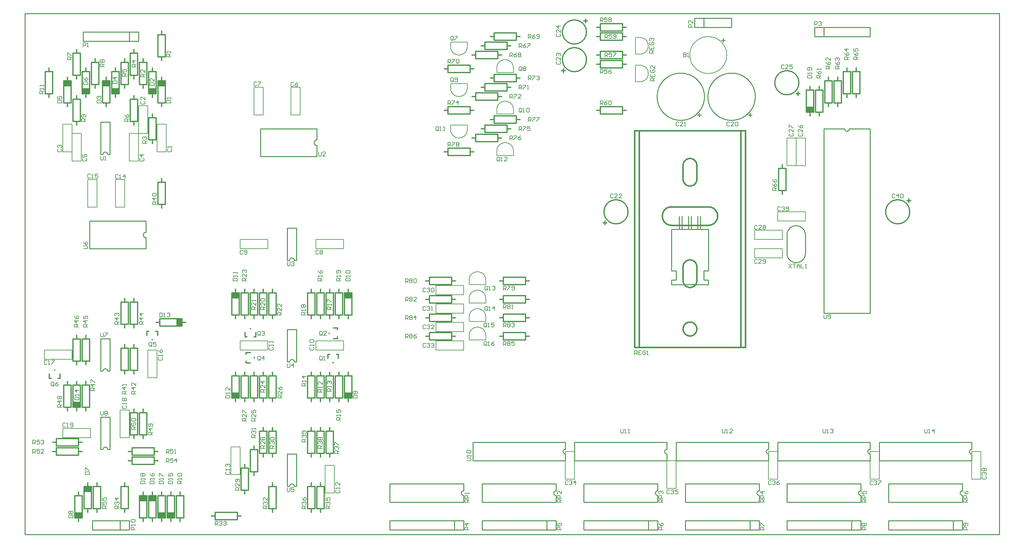
<source format=gto>
%FSLAX23Y23*%
%MOIN*%
G70*
G01*
G75*
%ADD10C,0.010*%
%ADD11R,0.036X0.036*%
%ADD12R,0.036X0.050*%
%ADD13R,0.024X0.100*%
%ADD14R,0.080X0.024*%
%ADD15R,0.050X0.036*%
%ADD16C,0.024*%
%ADD17C,0.040*%
%ADD18C,0.030*%
%ADD19C,0.070*%
%ADD20C,0.015*%
%ADD21C,0.300*%
%ADD22C,0.080*%
%ADD23R,0.080X0.080*%
%ADD24C,0.150*%
%ADD25C,0.120*%
%ADD26O,0.080X0.150*%
%ADD27C,0.050*%
%ADD28C,0.060*%
%ADD29C,0.008*%
%ADD30C,0.012*%
%ADD31C,0.005*%
%ADD32C,0.006*%
%ADD33R,0.080X0.060*%
%ADD34R,0.060X0.080*%
D10*
X12941Y8220D02*
X12941Y8210D01*
X12943Y8200D01*
X12945Y8190D01*
X12949Y8181D01*
X12953Y8171D01*
X12958Y8163D01*
X12965Y8155D01*
X12972Y8148D01*
X12979Y8141D01*
X12988Y8135D01*
X12997Y8130D01*
X13006Y8126D01*
X13016Y8123D01*
X13025Y8121D01*
X13036Y8120D01*
X13046Y8120D01*
X13056Y8121D01*
X13066Y8123D01*
X13075Y8126D01*
X13085Y8130D01*
X13093Y8135D01*
X13102Y8141D01*
X13109Y8148D01*
X13116Y8155D01*
X13123Y8163D01*
X13128Y8171D01*
X13132Y8181D01*
X13136Y8190D01*
X13139Y8200D01*
X13140Y8210D01*
X13141Y8220D01*
Y8420D02*
X13140Y8430D01*
X13139Y8440D01*
X13136Y8450D01*
X13132Y8459D01*
X13128Y8469D01*
X13123Y8477D01*
X13116Y8485D01*
X13109Y8492D01*
X13102Y8499D01*
X13093Y8505D01*
X13085Y8510D01*
X13075Y8514D01*
X13066Y8517D01*
X13056Y8519D01*
X13046Y8520D01*
X13036Y8520D01*
X13025Y8519D01*
X13016Y8517D01*
X13006Y8514D01*
X12997Y8510D01*
X12988Y8505D01*
X12979Y8499D01*
X12972Y8492D01*
X12965Y8485D01*
X12958Y8477D01*
X12953Y8469D01*
X12949Y8459D01*
X12945Y8450D01*
X12943Y8440D01*
X12941Y8430D01*
X12941Y8420D01*
X13566Y9570D02*
X13567Y9560D01*
X13573Y9552D01*
X13581Y9547D01*
X13591Y9545D01*
X13600Y9547D01*
X13608Y9552D01*
X13614Y9560D01*
X13616Y9570D01*
X14941Y6095D02*
X14931Y6093D01*
X14923Y6088D01*
X14917Y6080D01*
X14916Y6070D01*
X14917Y6060D01*
X14923Y6052D01*
X14931Y6047D01*
X14941Y6045D01*
X13841Y6095D02*
X13831Y6093D01*
X13823Y6088D01*
X13817Y6080D01*
X13816Y6070D01*
X13817Y6060D01*
X13823Y6052D01*
X13831Y6047D01*
X13841Y6045D01*
X12741Y6095D02*
X12731Y6093D01*
X12723Y6088D01*
X12717Y6080D01*
X12716Y6070D01*
X12717Y6060D01*
X12723Y6052D01*
X12731Y6047D01*
X12741Y6045D01*
X11641Y6095D02*
X11631Y6093D01*
X11623Y6088D01*
X11617Y6080D01*
X11616Y6070D01*
X11617Y6060D01*
X11623Y6052D01*
X11631Y6047D01*
X11641Y6045D01*
X10541Y6095D02*
X10531Y6093D01*
X10523Y6088D01*
X10517Y6080D01*
X10516Y6070D01*
X10517Y6060D01*
X10523Y6052D01*
X10531Y6047D01*
X10541Y6045D01*
X14841Y5645D02*
X14831Y5643D01*
X14823Y5638D01*
X14817Y5630D01*
X14816Y5620D01*
X14817Y5610D01*
X14823Y5602D01*
X14831Y5597D01*
X14841Y5595D01*
X13741Y5645D02*
X13731Y5643D01*
X13723Y5638D01*
X13717Y5630D01*
X13716Y5620D01*
X13717Y5610D01*
X13723Y5602D01*
X13731Y5597D01*
X13741Y5595D01*
X12641Y5645D02*
X12631Y5643D01*
X12623Y5638D01*
X12617Y5630D01*
X12616Y5620D01*
X12617Y5610D01*
X12623Y5602D01*
X12631Y5597D01*
X12641Y5595D01*
X11541Y5645D02*
X11531Y5643D01*
X11523Y5638D01*
X11517Y5630D01*
X11516Y5620D01*
X11517Y5610D01*
X11523Y5602D01*
X11531Y5597D01*
X11541Y5595D01*
X10441Y5645D02*
X10431Y5643D01*
X10423Y5638D01*
X10417Y5630D01*
X10416Y5620D01*
X10417Y5610D01*
X10423Y5602D01*
X10431Y5597D01*
X10441Y5595D01*
X9441Y5645D02*
X9431Y5643D01*
X9423Y5638D01*
X9417Y5630D01*
X9416Y5620D01*
X9417Y5610D01*
X9423Y5602D01*
X9431Y5597D01*
X9441Y5595D01*
X12047Y9920D02*
X12047Y9929D01*
X12046Y9939D01*
X12045Y9949D01*
X12044Y9959D01*
X12042Y9969D01*
X12040Y9979D01*
X12038Y9989D01*
X12035Y9998D01*
X12031Y10008D01*
X12028Y10017D01*
X12024Y10026D01*
X12020Y10035D01*
X12015Y10044D01*
X12010Y10053D01*
X12004Y10061D01*
X11999Y10069D01*
X11993Y10077D01*
X11986Y10085D01*
X11980Y10092D01*
X11973Y10100D01*
X11966Y10107D01*
X11958Y10113D01*
X11951Y10120D01*
X11943Y10126D01*
X11935Y10131D01*
X11926Y10137D01*
X11918Y10142D01*
X11909Y10147D01*
X11900Y10151D01*
X11891Y10155D01*
X11881Y10159D01*
X11872Y10162D01*
X11863Y10165D01*
X11853Y10168D01*
X11843Y10170D01*
X11833Y10172D01*
X11823Y10173D01*
X11814Y10175D01*
X11804Y10175D01*
X11794Y10175D01*
X11784Y10175D01*
X11774Y10175D01*
X11764Y10174D01*
X11754Y10173D01*
X11744Y10171D01*
X11734Y10169D01*
X11724Y10167D01*
X11715Y10164D01*
X11705Y10161D01*
X11696Y10157D01*
X11687Y10153D01*
X11678Y10149D01*
X11669Y10144D01*
X11660Y10140D01*
X11652Y10134D01*
X11643Y10129D01*
X11635Y10123D01*
X11628Y10116D01*
X11620Y10110D01*
X11613Y10103D01*
X11606Y10096D01*
X11599Y10089D01*
X11592Y10081D01*
X11586Y10073D01*
X11580Y10065D01*
X11575Y10057D01*
X11570Y10048D01*
X11565Y10039D01*
X11560Y10031D01*
X11556Y10021D01*
X11552Y10012D01*
X11549Y10003D01*
X11546Y9993D01*
X11543Y9984D01*
X11541Y9974D01*
X11539Y9964D01*
X11537Y9954D01*
X11536Y9944D01*
X11536Y9934D01*
X11535Y9924D01*
Y9915D01*
X11536Y9905D01*
X11536Y9895D01*
X11537Y9885D01*
X11539Y9875D01*
X11541Y9865D01*
X11543Y9855D01*
X11546Y9846D01*
X11549Y9836D01*
X11552Y9827D01*
X11556Y9818D01*
X11560Y9808D01*
X11565Y9800D01*
X11570Y9791D01*
X11575Y9782D01*
X11580Y9774D01*
X11586Y9766D01*
X11592Y9758D01*
X11599Y9750D01*
X11606Y9743D01*
X11613Y9736D01*
X11620Y9729D01*
X11628Y9723D01*
X11635Y9716D01*
X11643Y9710D01*
X11652Y9705D01*
X11660Y9699D01*
X11669Y9695D01*
X11678Y9690D01*
X11687Y9686D01*
X11696Y9682D01*
X11705Y9678D01*
X11715Y9675D01*
X11724Y9672D01*
X11734Y9670D01*
X11744Y9668D01*
X11754Y9666D01*
X11764Y9665D01*
X11774Y9664D01*
X11784Y9664D01*
X11794Y9664D01*
X11804Y9664D01*
X11814Y9664D01*
X11823Y9666D01*
X11833Y9667D01*
X11843Y9669D01*
X11853Y9671D01*
X11863Y9674D01*
X11872Y9677D01*
X11881Y9680D01*
X11891Y9684D01*
X11900Y9688D01*
X11909Y9692D01*
X11918Y9697D01*
X11926Y9702D01*
X11935Y9708D01*
X11943Y9713D01*
X11951Y9719D01*
X11958Y9726D01*
X11966Y9732D01*
X11973Y9739D01*
X11980Y9747D01*
X11986Y9754D01*
X11993Y9762D01*
X11999Y9770D01*
X12004Y9778D01*
X12010Y9786D01*
X12015Y9795D01*
X12020Y9804D01*
X12024Y9813D01*
X12028Y9822D01*
X12031Y9831D01*
X12035Y9841D01*
X12038Y9850D01*
X12040Y9860D01*
X12042Y9870D01*
X12044Y9880D01*
X12045Y9890D01*
X12046Y9900D01*
X12047Y9910D01*
X12047Y9919D01*
X12597Y9920D02*
X12597Y9929D01*
X12596Y9939D01*
X12595Y9949D01*
X12594Y9959D01*
X12592Y9969D01*
X12590Y9979D01*
X12588Y9989D01*
X12585Y9998D01*
X12581Y10008D01*
X12578Y10017D01*
X12574Y10026D01*
X12570Y10035D01*
X12565Y10044D01*
X12560Y10053D01*
X12554Y10061D01*
X12549Y10069D01*
X12543Y10077D01*
X12536Y10085D01*
X12530Y10092D01*
X12523Y10100D01*
X12516Y10107D01*
X12508Y10113D01*
X12501Y10120D01*
X12493Y10126D01*
X12485Y10131D01*
X12476Y10137D01*
X12468Y10142D01*
X12459Y10147D01*
X12450Y10151D01*
X12441Y10155D01*
X12431Y10159D01*
X12422Y10162D01*
X12413Y10165D01*
X12403Y10168D01*
X12393Y10170D01*
X12383Y10172D01*
X12373Y10173D01*
X12364Y10175D01*
X12354Y10175D01*
X12344Y10175D01*
X12334Y10175D01*
X12324Y10175D01*
X12314Y10174D01*
X12304Y10173D01*
X12294Y10171D01*
X12284Y10169D01*
X12274Y10167D01*
X12265Y10164D01*
X12255Y10161D01*
X12246Y10157D01*
X12237Y10153D01*
X12228Y10149D01*
X12219Y10144D01*
X12210Y10140D01*
X12202Y10134D01*
X12193Y10129D01*
X12185Y10123D01*
X12178Y10116D01*
X12170Y10110D01*
X12163Y10103D01*
X12156Y10096D01*
X12149Y10089D01*
X12142Y10081D01*
X12136Y10073D01*
X12130Y10065D01*
X12125Y10057D01*
X12120Y10048D01*
X12115Y10039D01*
X12110Y10031D01*
X12106Y10021D01*
X12102Y10012D01*
X12099Y10003D01*
X12096Y9993D01*
X12093Y9984D01*
X12091Y9974D01*
X12089Y9964D01*
X12087Y9954D01*
X12086Y9944D01*
X12086Y9934D01*
X12085Y9924D01*
Y9915D01*
X12086Y9905D01*
X12086Y9895D01*
X12087Y9885D01*
X12089Y9875D01*
X12091Y9865D01*
X12093Y9855D01*
X12096Y9846D01*
X12099Y9836D01*
X12102Y9827D01*
X12106Y9818D01*
X12110Y9808D01*
X12115Y9800D01*
X12120Y9791D01*
X12125Y9782D01*
X12130Y9774D01*
X12136Y9766D01*
X12142Y9758D01*
X12149Y9750D01*
X12156Y9743D01*
X12163Y9736D01*
X12170Y9729D01*
X12178Y9723D01*
X12185Y9716D01*
X12193Y9710D01*
X12202Y9705D01*
X12210Y9699D01*
X12219Y9695D01*
X12228Y9690D01*
X12237Y9686D01*
X12246Y9682D01*
X12255Y9678D01*
X12265Y9675D01*
X12274Y9672D01*
X12284Y9670D01*
X12294Y9668D01*
X12304Y9666D01*
X12314Y9665D01*
X12324Y9664D01*
X12334Y9664D01*
X12344Y9664D01*
X12354Y9664D01*
X12364Y9664D01*
X12373Y9666D01*
X12383Y9667D01*
X12393Y9669D01*
X12403Y9671D01*
X12413Y9674D01*
X12422Y9677D01*
X12431Y9680D01*
X12441Y9684D01*
X12450Y9688D01*
X12459Y9692D01*
X12468Y9697D01*
X12476Y9702D01*
X12485Y9708D01*
X12493Y9713D01*
X12501Y9719D01*
X12508Y9726D01*
X12516Y9732D01*
X12523Y9739D01*
X12530Y9747D01*
X12536Y9754D01*
X12543Y9762D01*
X12549Y9770D01*
X12554Y9778D01*
X12560Y9786D01*
X12565Y9795D01*
X12570Y9804D01*
X12574Y9813D01*
X12578Y9822D01*
X12581Y9831D01*
X12585Y9841D01*
X12588Y9850D01*
X12590Y9860D01*
X12592Y9870D01*
X12594Y9880D01*
X12595Y9890D01*
X12596Y9900D01*
X12597Y9910D01*
X12597Y9919D01*
X7851Y9450D02*
X7840Y9448D01*
X7831Y9443D01*
X7825Y9435D01*
X7821Y9425D01*
Y9415D01*
X7825Y9405D01*
X7831Y9397D01*
X7840Y9392D01*
X7851Y9390D01*
X5586Y9295D02*
X5584Y9305D01*
X5578Y9313D01*
X5570Y9318D01*
X5561Y9320D01*
X5551Y9318D01*
X5543Y9313D01*
X5537Y9305D01*
X5536Y9295D01*
X6001Y8450D02*
X5990Y8448D01*
X5981Y8443D01*
X5975Y8435D01*
X5971Y8425D01*
Y8415D01*
X5975Y8405D01*
X5981Y8397D01*
X5990Y8392D01*
X6001Y8390D01*
X5586Y6095D02*
X5584Y6105D01*
X5578Y6113D01*
X5570Y6118D01*
X5561Y6120D01*
X5551Y6118D01*
X5543Y6113D01*
X5537Y6105D01*
X5536Y6095D01*
X5586Y6945D02*
X5584Y6955D01*
X5578Y6963D01*
X5570Y6968D01*
X5561Y6970D01*
X5551Y6968D01*
X5543Y6963D01*
X5537Y6955D01*
X5536Y6945D01*
X7606Y5695D02*
X7604Y5705D01*
X7598Y5713D01*
X7590Y5718D01*
X7581Y5720D01*
X7571Y5718D01*
X7563Y5713D01*
X7557Y5705D01*
X7556Y5695D01*
X7606Y8145D02*
X7604Y8155D01*
X7598Y8163D01*
X7590Y8168D01*
X7581Y8170D01*
X7571Y8168D01*
X7563Y8163D01*
X7557Y8155D01*
X7556Y8145D01*
X7606Y7045D02*
X7604Y7055D01*
X7598Y7063D01*
X7590Y7068D01*
X7581Y7070D01*
X7571Y7068D01*
X7563Y7063D01*
X7557Y7055D01*
X7556Y7045D01*
X14741Y5220D02*
Y5320D01*
X14841Y5220D02*
Y5320D01*
X14041Y5220D02*
X14841D01*
X14041D02*
Y5320D01*
X14841D01*
X12941D02*
X13741D01*
X12941Y5220D02*
Y5320D01*
Y5220D02*
X13741D01*
Y5320D01*
X13641Y5220D02*
Y5320D01*
X12541Y5220D02*
Y5320D01*
X12641Y5220D02*
Y5320D01*
X11841Y5220D02*
X12641D01*
X11841D02*
Y5320D01*
X12641D01*
X10741D02*
X11541D01*
X10741Y5220D02*
Y5320D01*
Y5220D02*
X11541D01*
Y5320D01*
X11441Y5220D02*
Y5320D01*
X10341Y5220D02*
Y5320D01*
X10441Y5220D02*
Y5320D01*
X9641Y5220D02*
X10441D01*
X9641D02*
Y5320D01*
X10441D01*
X8641D02*
X9441D01*
X8641Y5220D02*
Y5320D01*
Y5220D02*
X9441D01*
Y5320D01*
X9341Y5220D02*
Y5320D01*
X13341Y10570D02*
Y10670D01*
X13241Y10570D02*
Y10670D01*
X13841D01*
Y10570D02*
Y10670D01*
X13241Y10570D02*
X13841D01*
X5321Y10620D02*
X5921D01*
X5321Y10520D02*
Y10620D01*
Y10520D02*
X5921D01*
Y10620D01*
X5821Y10520D02*
Y10620D01*
X5721Y5220D02*
Y5320D01*
X5821Y5220D02*
Y5320D01*
X5421Y5220D02*
X5821D01*
X5421D02*
Y5320D01*
X5821D01*
X11941Y10670D02*
X12341D01*
Y10770D01*
X11941D02*
X12341D01*
X11941Y10670D02*
Y10770D01*
X12041Y10670D02*
Y10770D01*
X11776Y8480D02*
Y8620D01*
X11876Y8480D02*
Y8620D01*
X11976Y8480D02*
Y8620D01*
X11806Y8480D02*
Y8620D01*
X11906Y8480D02*
Y8620D01*
X12006Y8480D02*
Y8620D01*
X12091Y7880D02*
Y7930D01*
X12041D02*
X12091D01*
X12041D02*
Y8030D01*
X12091D01*
Y8480D01*
X11691D02*
X12091D01*
X11691Y8030D02*
X11741D01*
Y7930D02*
Y8030D01*
X11691Y7930D02*
X11741D01*
X11691Y7880D02*
Y7930D01*
Y7880D02*
X12091D01*
X11691Y8030D02*
Y8480D01*
X12941Y8220D02*
Y8420D01*
X13141Y8220D02*
Y8420D01*
X13341Y9570D02*
X13566D01*
X13616D02*
X13841D01*
Y7570D02*
Y9570D01*
X13341Y7570D02*
X13841D01*
X13341D02*
Y9570D01*
X14941Y6095D02*
Y6170D01*
Y5970D02*
Y6045D01*
X13941Y5970D02*
X14941D01*
X13941D02*
Y6170D01*
X14941D01*
X12841D02*
X13841D01*
X12841Y5970D02*
Y6170D01*
Y5970D02*
X13841D01*
Y6045D01*
Y6095D02*
Y6170D01*
X12741Y6095D02*
Y6170D01*
Y5970D02*
Y6045D01*
X11741Y5970D02*
X12741D01*
X11741D02*
Y6170D01*
X12741D01*
X10641D02*
X11641D01*
X10641Y5970D02*
Y6170D01*
Y5970D02*
X11641D01*
Y6045D01*
Y6095D02*
Y6170D01*
X10541Y6095D02*
Y6170D01*
Y5970D02*
Y6045D01*
X9541Y5970D02*
X10541D01*
X9541D02*
Y6170D01*
X10541D01*
X14041Y5720D02*
X14841D01*
X14041Y5520D02*
Y5720D01*
Y5520D02*
X14841D01*
Y5595D01*
Y5645D02*
Y5720D01*
X13741Y5645D02*
Y5720D01*
Y5520D02*
Y5595D01*
X12941Y5520D02*
X13741D01*
X12941D02*
Y5720D01*
X13741D01*
X11841D02*
X12641D01*
X11841Y5520D02*
Y5720D01*
Y5520D02*
X12641D01*
Y5595D01*
Y5645D02*
Y5720D01*
X11541Y5645D02*
Y5720D01*
Y5520D02*
Y5595D01*
X10741Y5520D02*
X11541D01*
X10741D02*
Y5720D01*
X11541D01*
X9641D02*
X10441D01*
X9641Y5520D02*
Y5720D01*
Y5520D02*
X10441D01*
Y5595D01*
Y5645D02*
Y5720D01*
X9441Y5645D02*
Y5720D01*
Y5520D02*
Y5595D01*
X8641Y5520D02*
X9441D01*
X8641D02*
Y5720D01*
X9441D01*
X11971Y9719D02*
X12011D01*
X11991Y9700D02*
Y9740D01*
X12541Y9700D02*
Y9740D01*
X12521Y9719D02*
X12561D01*
X7851Y9450D02*
Y9570D01*
Y9270D02*
Y9390D01*
X7441Y9270D02*
X7851D01*
X7241D02*
Y9570D01*
X7441D02*
X7851D01*
X7241D02*
X7441D01*
X7241Y9270D02*
X7441D01*
X5611Y9295D02*
Y9645D01*
X5511D02*
X5611D01*
X5511Y9295D02*
Y9645D01*
Y9295D02*
X5536D01*
X5586D02*
X5611D01*
X12251Y10510D02*
Y10550D01*
X12231Y10530D02*
X12271D01*
X6001Y8450D02*
Y8570D01*
Y8270D02*
Y8390D01*
X5591Y8270D02*
X6001D01*
X5391D02*
Y8570D01*
X5591D02*
X6001D01*
X5391D02*
X5591D01*
X5391Y8270D02*
X5591D01*
X5586Y6095D02*
X5611D01*
X5511D02*
X5536D01*
X5511D02*
Y6445D01*
X5611D01*
Y6095D02*
Y6445D01*
X5586Y6945D02*
X5611D01*
X5511D02*
X5536D01*
X5511D02*
Y7295D01*
X5611D01*
Y6945D02*
Y7295D01*
X7606Y5695D02*
X7631D01*
X7531D02*
X7556D01*
X7531D02*
Y6045D01*
X7631D01*
Y5695D02*
Y6045D01*
X7606Y8145D02*
X7631D01*
X7531D02*
X7556D01*
X7531D02*
Y8495D01*
X7631D01*
Y8145D02*
Y8495D01*
Y7045D02*
Y7395D01*
X7531D02*
X7631D01*
X7531Y7045D02*
Y7395D01*
Y7045D02*
X7556D01*
X7606D02*
X7631D01*
X4691Y5170D02*
X15241D01*
X4691D02*
Y10820D01*
X15241Y5170D02*
Y10820D01*
X4691D02*
X15241D01*
D20*
X11816Y9025D02*
X11816Y9015D01*
X11818Y9006D01*
X11821Y8996D01*
X11826Y8988D01*
X11831Y8979D01*
X11838Y8972D01*
X11845Y8965D01*
X11853Y8960D01*
X11862Y8956D01*
X11871Y8953D01*
X11881Y8951D01*
X11891Y8950D01*
X11900Y8951D01*
X11910Y8953D01*
X11919Y8956D01*
X11928Y8960D01*
X11936Y8965D01*
X11944Y8972D01*
X11950Y8979D01*
X11956Y8988D01*
X11960Y8996D01*
X11963Y9006D01*
X11965Y9015D01*
X11966Y9025D01*
Y9175D02*
X11965Y9185D01*
X11963Y9194D01*
X11960Y9204D01*
X11956Y9212D01*
X11950Y9221D01*
X11944Y9228D01*
X11936Y9235D01*
X11928Y9240D01*
X11919Y9244D01*
X11910Y9247D01*
X11900Y9249D01*
X11891Y9250D01*
X11881Y9249D01*
X11871Y9247D01*
X11862Y9244D01*
X11853Y9240D01*
X11845Y9235D01*
X11838Y9228D01*
X11831Y9221D01*
X11826Y9212D01*
X11821Y9204D01*
X11818Y9194D01*
X11816Y9185D01*
X11816Y9175D01*
X11966Y7400D02*
X11965Y7410D01*
X11963Y7420D01*
X11960Y7429D01*
X11955Y7438D01*
X11949Y7446D01*
X11943Y7454D01*
X11935Y7460D01*
X11927Y7466D01*
X11918Y7470D01*
X11908Y7473D01*
X11898Y7475D01*
X11888Y7475D01*
X11878Y7474D01*
X11868Y7472D01*
X11859Y7468D01*
X11850Y7463D01*
X11842Y7457D01*
X11835Y7450D01*
X11829Y7442D01*
X11824Y7434D01*
X11820Y7425D01*
X11817Y7415D01*
X11816Y7405D01*
Y7395D01*
X11817Y7385D01*
X11820Y7375D01*
X11824Y7366D01*
X11829Y7358D01*
X11835Y7350D01*
X11842Y7343D01*
X11850Y7337D01*
X11859Y7332D01*
X11868Y7328D01*
X11878Y7326D01*
X11888Y7325D01*
X11898Y7325D01*
X11908Y7327D01*
X11918Y7330D01*
X11927Y7334D01*
X11935Y7340D01*
X11943Y7346D01*
X11949Y7354D01*
X11955Y7362D01*
X11960Y7371D01*
X11963Y7380D01*
X11965Y7390D01*
X11966Y7400D01*
X12091Y8525D02*
X12101Y8526D01*
X12111Y8527D01*
X12121Y8530D01*
X12130Y8533D01*
X12139Y8538D01*
X12148Y8543D01*
X12156Y8549D01*
X12163Y8556D01*
X12170Y8564D01*
X12175Y8572D01*
X12180Y8581D01*
X12184Y8590D01*
X12187Y8600D01*
X12189Y8610D01*
X12190Y8620D01*
X12190Y8630D01*
X12189Y8640D01*
X12187Y8650D01*
X12184Y8660D01*
X12180Y8669D01*
X12175Y8678D01*
X12170Y8686D01*
X12163Y8694D01*
X12156Y8701D01*
X12148Y8707D01*
X12139Y8712D01*
X12130Y8717D01*
X12121Y8720D01*
X12111Y8723D01*
X12101Y8724D01*
X12091Y8725D01*
X11691D02*
X11680Y8724D01*
X11670Y8723D01*
X11661Y8720D01*
X11651Y8717D01*
X11642Y8712D01*
X11633Y8707D01*
X11625Y8701D01*
X11618Y8694D01*
X11611Y8686D01*
X11606Y8678D01*
X11601Y8669D01*
X11597Y8660D01*
X11594Y8650D01*
X11592Y8640D01*
X11591Y8630D01*
X11591Y8620D01*
X11592Y8610D01*
X11594Y8600D01*
X11597Y8590D01*
X11601Y8581D01*
X11606Y8572D01*
X11611Y8564D01*
X11618Y8556D01*
X11625Y8549D01*
X11633Y8543D01*
X11642Y8538D01*
X11651Y8533D01*
X11661Y8530D01*
X11670Y8527D01*
X11680Y8526D01*
X11691Y8525D01*
X11816Y7925D02*
X11816Y7915D01*
X11818Y7906D01*
X11821Y7896D01*
X11826Y7887D01*
X11831Y7879D01*
X11838Y7872D01*
X11845Y7865D01*
X11853Y7860D01*
X11862Y7856D01*
X11871Y7853D01*
X11881Y7851D01*
X11891Y7850D01*
X11900Y7851D01*
X11910Y7853D01*
X11919Y7856D01*
X11928Y7860D01*
X11936Y7865D01*
X11944Y7872D01*
X11950Y7879D01*
X11956Y7887D01*
X11960Y7896D01*
X11963Y7906D01*
X11965Y7915D01*
X11966Y7925D01*
Y8075D02*
X11965Y8085D01*
X11963Y8094D01*
X11960Y8104D01*
X11956Y8113D01*
X11950Y8121D01*
X11944Y8128D01*
X11936Y8135D01*
X11928Y8140D01*
X11919Y8144D01*
X11910Y8147D01*
X11900Y8149D01*
X11891Y8150D01*
X11881Y8149D01*
X11871Y8147D01*
X11862Y8144D01*
X11853Y8140D01*
X11845Y8135D01*
X11838Y8128D01*
X11831Y8121D01*
X11826Y8113D01*
X11821Y8104D01*
X11818Y8094D01*
X11816Y8085D01*
X11816Y8075D01*
X11291Y7200D02*
X12491D01*
X11966Y7925D02*
Y8075D01*
X11816Y7925D02*
Y8075D01*
X12491Y7200D02*
Y9550D01*
X11291D02*
X12491D01*
X11291Y7200D02*
Y9550D01*
X11691Y8525D02*
X12091D01*
X11691Y8725D02*
X12091D01*
X11966Y9025D02*
Y9175D01*
X11816Y9025D02*
Y9175D01*
X11341Y7200D02*
Y9550D01*
X12441Y7200D02*
Y9550D01*
D29*
X9681Y7330D02*
X9680Y7340D01*
X9678Y7350D01*
X9676Y7360D01*
X9672Y7369D01*
X9667Y7378D01*
X9661Y7386D01*
X9654Y7394D01*
X9647Y7400D01*
X9638Y7406D01*
X9630Y7411D01*
X9620Y7415D01*
X9611Y7418D01*
X9601Y7419D01*
X9591Y7420D01*
X9580Y7419D01*
X9571Y7418D01*
X9561Y7415D01*
X9552Y7411D01*
X9543Y7406D01*
X9534Y7400D01*
X9527Y7394D01*
X9520Y7386D01*
X9514Y7378D01*
X9509Y7369D01*
X9506Y7360D01*
X9503Y7350D01*
X9501Y7340D01*
X9501Y7330D01*
X9681Y7530D02*
X9680Y7540D01*
X9678Y7550D01*
X9676Y7560D01*
X9672Y7569D01*
X9667Y7578D01*
X9661Y7586D01*
X9654Y7594D01*
X9647Y7600D01*
X9638Y7606D01*
X9630Y7611D01*
X9620Y7615D01*
X9611Y7618D01*
X9601Y7619D01*
X9591Y7620D01*
X9580Y7619D01*
X9571Y7618D01*
X9561Y7615D01*
X9552Y7611D01*
X9543Y7606D01*
X9534Y7600D01*
X9527Y7594D01*
X9520Y7586D01*
X9514Y7578D01*
X9509Y7569D01*
X9506Y7560D01*
X9503Y7550D01*
X9501Y7540D01*
X9501Y7530D01*
X9681Y7730D02*
X9680Y7740D01*
X9678Y7750D01*
X9676Y7760D01*
X9672Y7769D01*
X9667Y7778D01*
X9661Y7786D01*
X9654Y7794D01*
X9647Y7800D01*
X9638Y7806D01*
X9630Y7811D01*
X9620Y7815D01*
X9611Y7818D01*
X9601Y7819D01*
X9591Y7820D01*
X9580Y7819D01*
X9571Y7818D01*
X9561Y7815D01*
X9552Y7811D01*
X9543Y7806D01*
X9534Y7800D01*
X9527Y7794D01*
X9520Y7786D01*
X9514Y7778D01*
X9509Y7769D01*
X9506Y7760D01*
X9503Y7750D01*
X9501Y7740D01*
X9501Y7730D01*
X9681Y7930D02*
X9680Y7940D01*
X9678Y7950D01*
X9676Y7960D01*
X9672Y7969D01*
X9667Y7978D01*
X9661Y7986D01*
X9654Y7994D01*
X9647Y8000D01*
X9638Y8006D01*
X9630Y8011D01*
X9620Y8015D01*
X9611Y8018D01*
X9601Y8019D01*
X9591Y8020D01*
X9580Y8019D01*
X9571Y8018D01*
X9561Y8015D01*
X9552Y8011D01*
X9543Y8006D01*
X9534Y8000D01*
X9527Y7994D01*
X9520Y7986D01*
X9514Y7978D01*
X9509Y7969D01*
X9506Y7960D01*
X9503Y7950D01*
X9501Y7940D01*
X9501Y7930D01*
X9981Y9330D02*
X9980Y9340D01*
X9978Y9350D01*
X9976Y9360D01*
X9972Y9369D01*
X9967Y9378D01*
X9961Y9386D01*
X9954Y9394D01*
X9947Y9400D01*
X9938Y9406D01*
X9930Y9411D01*
X9920Y9415D01*
X9911Y9418D01*
X9901Y9419D01*
X9891Y9420D01*
X9880Y9419D01*
X9871Y9418D01*
X9861Y9415D01*
X9852Y9411D01*
X9843Y9406D01*
X9834Y9400D01*
X9827Y9394D01*
X9820Y9386D01*
X9814Y9378D01*
X9809Y9369D01*
X9806Y9360D01*
X9803Y9350D01*
X9801Y9340D01*
X9801Y9330D01*
X9301Y9560D02*
X9301Y9550D01*
X9303Y9540D01*
X9306Y9530D01*
X9309Y9521D01*
X9314Y9512D01*
X9320Y9504D01*
X9327Y9496D01*
X9334Y9490D01*
X9343Y9484D01*
X9352Y9479D01*
X9361Y9475D01*
X9371Y9472D01*
X9380Y9471D01*
X9391Y9470D01*
X9401Y9471D01*
X9411Y9472D01*
X9420Y9475D01*
X9430Y9479D01*
X9438Y9484D01*
X9447Y9490D01*
X9454Y9496D01*
X9461Y9504D01*
X9467Y9512D01*
X9472Y9521D01*
X9476Y9530D01*
X9478Y9540D01*
X9480Y9550D01*
X9481Y9560D01*
X9981Y9780D02*
X9980Y9790D01*
X9978Y9800D01*
X9976Y9810D01*
X9972Y9819D01*
X9967Y9828D01*
X9961Y9836D01*
X9954Y9844D01*
X9947Y9850D01*
X9938Y9856D01*
X9930Y9861D01*
X9920Y9865D01*
X9911Y9868D01*
X9901Y9869D01*
X9891Y9870D01*
X9880Y9869D01*
X9871Y9868D01*
X9861Y9865D01*
X9852Y9861D01*
X9843Y9856D01*
X9834Y9850D01*
X9827Y9844D01*
X9820Y9836D01*
X9814Y9828D01*
X9809Y9819D01*
X9806Y9810D01*
X9803Y9800D01*
X9801Y9790D01*
X9801Y9780D01*
X9301Y10010D02*
X9301Y10000D01*
X9303Y9990D01*
X9306Y9980D01*
X9309Y9971D01*
X9314Y9962D01*
X9320Y9954D01*
X9327Y9946D01*
X9334Y9940D01*
X9343Y9934D01*
X9352Y9929D01*
X9361Y9925D01*
X9371Y9922D01*
X9380Y9921D01*
X9391Y9920D01*
X9401Y9921D01*
X9411Y9922D01*
X9420Y9925D01*
X9430Y9929D01*
X9438Y9934D01*
X9447Y9940D01*
X9454Y9946D01*
X9461Y9954D01*
X9467Y9962D01*
X9472Y9971D01*
X9476Y9980D01*
X9478Y9990D01*
X9480Y10000D01*
X9481Y10010D01*
X9981Y10230D02*
X9980Y10240D01*
X9978Y10250D01*
X9976Y10260D01*
X9972Y10269D01*
X9967Y10278D01*
X9961Y10286D01*
X9954Y10294D01*
X9947Y10300D01*
X9938Y10306D01*
X9930Y10311D01*
X9920Y10315D01*
X9911Y10318D01*
X9901Y10319D01*
X9891Y10320D01*
X9880Y10319D01*
X9871Y10318D01*
X9861Y10315D01*
X9852Y10311D01*
X9843Y10306D01*
X9834Y10300D01*
X9827Y10294D01*
X9820Y10286D01*
X9814Y10278D01*
X9809Y10269D01*
X9806Y10260D01*
X9803Y10250D01*
X9801Y10240D01*
X9801Y10230D01*
X9301Y10460D02*
X9301Y10450D01*
X9303Y10440D01*
X9306Y10430D01*
X9309Y10421D01*
X9314Y10412D01*
X9320Y10404D01*
X9327Y10396D01*
X9334Y10390D01*
X9343Y10384D01*
X9352Y10379D01*
X9361Y10375D01*
X9371Y10372D01*
X9380Y10371D01*
X9391Y10370D01*
X9401Y10371D01*
X9411Y10372D01*
X9420Y10375D01*
X9430Y10379D01*
X9438Y10384D01*
X9447Y10390D01*
X9454Y10396D01*
X9461Y10404D01*
X9467Y10412D01*
X9472Y10421D01*
X9476Y10430D01*
X9478Y10440D01*
X9480Y10450D01*
X9481Y10460D01*
X11351Y10080D02*
X11361Y10081D01*
X11371Y10082D01*
X11380Y10085D01*
X11390Y10089D01*
X11398Y10094D01*
X11407Y10100D01*
X11414Y10106D01*
X11421Y10114D01*
X11427Y10122D01*
X11432Y10131D01*
X11436Y10140D01*
X11438Y10150D01*
X11440Y10160D01*
X11441Y10170D01*
X11440Y10180D01*
X11438Y10190D01*
X11436Y10200D01*
X11432Y10209D01*
X11427Y10218D01*
X11421Y10226D01*
X11414Y10234D01*
X11407Y10240D01*
X11398Y10246D01*
X11390Y10251D01*
X11380Y10255D01*
X11371Y10258D01*
X11361Y10259D01*
X11351Y10260D01*
X11351Y10380D02*
X11361Y10381D01*
X11371Y10382D01*
X11380Y10385D01*
X11390Y10389D01*
X11398Y10394D01*
X11407Y10400D01*
X11414Y10406D01*
X11421Y10414D01*
X11427Y10422D01*
X11432Y10431D01*
X11436Y10440D01*
X11438Y10450D01*
X11440Y10460D01*
X11441Y10470D01*
X11440Y10480D01*
X11438Y10490D01*
X11436Y10500D01*
X11432Y10509D01*
X11427Y10518D01*
X11421Y10526D01*
X11414Y10534D01*
X11407Y10540D01*
X11398Y10546D01*
X11390Y10551D01*
X11380Y10555D01*
X11371Y10558D01*
X11361Y10559D01*
X11351Y10560D01*
X5201Y9370D02*
Y9570D01*
X5101Y9370D02*
Y9570D01*
X5201Y9320D02*
Y9370D01*
X5101Y9320D02*
X5201D01*
X5101D02*
Y9370D01*
X5201Y9570D02*
Y9620D01*
X5101D02*
X5201D01*
X5101Y9570D02*
Y9620D01*
X6021Y9520D02*
Y9570D01*
X5921Y9520D02*
X6021D01*
X5921D02*
Y9570D01*
X6021Y9770D02*
Y9820D01*
X5921D02*
X6021D01*
X5921Y9770D02*
Y9820D01*
X6021Y9570D02*
Y9770D01*
X5921Y9570D02*
Y9770D01*
X12891Y8570D02*
X13091D01*
X12891Y8670D02*
X13091D01*
X12841Y8570D02*
X12891D01*
X12841D02*
Y8670D01*
X12891D01*
X13091Y8570D02*
X13141D01*
Y8670D01*
X13091D02*
X13141D01*
X15041Y5770D02*
Y5820D01*
X14941Y5770D02*
X15041D01*
X14941D02*
Y5820D01*
X15041Y6020D02*
Y6070D01*
X14941D02*
X15041D01*
X14941Y6020D02*
Y6070D01*
X15041Y5820D02*
Y6020D01*
X14941Y5820D02*
Y6020D01*
X13841Y5820D02*
Y6020D01*
X13941Y5820D02*
Y6020D01*
X13841D02*
Y6070D01*
X13941D01*
Y6020D02*
Y6070D01*
X13841Y5770D02*
Y5820D01*
Y5770D02*
X13941D01*
Y5820D01*
X12841Y5770D02*
Y5820D01*
X12741Y5770D02*
X12841D01*
X12741D02*
Y5820D01*
X12841Y6020D02*
Y6070D01*
X12741D02*
X12841D01*
X12741Y6020D02*
Y6070D01*
X12841Y5820D02*
Y6020D01*
X12741Y5820D02*
Y6020D01*
X11641Y5720D02*
Y5920D01*
X11741Y5720D02*
Y5920D01*
X11641D02*
Y5970D01*
X11741D01*
Y5920D02*
Y5970D01*
X11641Y5670D02*
Y5720D01*
Y5670D02*
X11741D01*
Y5720D01*
X10641Y5770D02*
Y5820D01*
X10541Y5770D02*
X10641D01*
X10541D02*
Y5820D01*
X10641Y6020D02*
Y6070D01*
X10541D02*
X10641D01*
X10541Y6020D02*
Y6070D01*
X10641Y5820D02*
Y6020D01*
X10541Y5820D02*
Y6020D01*
X9191Y7170D02*
X9391D01*
X9191Y7270D02*
X9391D01*
X9141Y7170D02*
X9191D01*
X9141D02*
Y7270D01*
X9191D01*
X9391Y7170D02*
X9441D01*
Y7270D01*
X9391D02*
X9441D01*
X9391Y7470D02*
X9441D01*
Y7370D02*
Y7470D01*
X9391Y7370D02*
X9441D01*
X9141Y7470D02*
X9191D01*
X9141Y7370D02*
Y7470D01*
Y7370D02*
X9191D01*
Y7470D02*
X9391D01*
X9191Y7370D02*
X9391D01*
X9191Y7570D02*
X9391D01*
X9191Y7670D02*
X9391D01*
X9141Y7570D02*
X9191D01*
X9141D02*
Y7670D01*
X9191D01*
X9391Y7570D02*
X9441D01*
Y7670D01*
X9391D02*
X9441D01*
X9391Y7870D02*
X9441D01*
Y7770D02*
Y7870D01*
X9391Y7770D02*
X9441D01*
X9141Y7870D02*
X9191D01*
X9141Y7770D02*
Y7870D01*
Y7770D02*
X9191D01*
Y7870D02*
X9391D01*
X9191Y7770D02*
X9391D01*
X12641Y8270D02*
X12841D01*
X12641Y8170D02*
X12841D01*
Y8270D02*
X12891D01*
Y8170D02*
Y8270D01*
X12841Y8170D02*
X12891D01*
X12591Y8270D02*
X12641D01*
X12591Y8170D02*
Y8270D01*
Y8170D02*
X12641D01*
X12591Y8370D02*
X12641D01*
X12591D02*
Y8470D01*
X12641D01*
X12841Y8370D02*
X12891D01*
Y8470D01*
X12841D02*
X12891D01*
X12641Y8370D02*
X12841D01*
X12641Y8470D02*
X12841D01*
X13041Y9220D02*
Y9420D01*
X12941Y9220D02*
Y9420D01*
X13041Y9170D02*
Y9220D01*
X12941Y9170D02*
X13041D01*
X12941D02*
Y9220D01*
X13041Y9420D02*
Y9470D01*
X12941D02*
X13041D01*
X12941Y9420D02*
Y9470D01*
X13041Y9420D02*
Y9470D01*
X13141D01*
Y9420D02*
Y9470D01*
X13041Y9170D02*
Y9220D01*
Y9170D02*
X13141D01*
Y9220D01*
X13041D02*
Y9420D01*
X13141Y9220D02*
Y9420D01*
X5151Y6220D02*
X5351D01*
X5151Y6320D02*
X5351D01*
X5101Y6220D02*
X5151D01*
X5101D02*
Y6320D01*
X5151D01*
X5351Y6220D02*
X5401D01*
Y6320D01*
X5351D02*
X5401D01*
X5821Y6220D02*
Y6270D01*
X5721Y6220D02*
X5821D01*
X5721D02*
Y6270D01*
X5821Y6470D02*
Y6520D01*
X5721D02*
X5821D01*
X5721Y6470D02*
Y6520D01*
X5821Y6270D02*
Y6470D01*
X5721Y6270D02*
Y6470D01*
X4951Y7070D02*
X5151D01*
X4951Y7170D02*
X5151D01*
X4901Y7070D02*
X4951D01*
X4901D02*
Y7170D01*
X4951D01*
X5151Y7070D02*
X5201D01*
Y7170D01*
X5151D02*
X5201D01*
X6021Y7120D02*
Y7170D01*
X6121D01*
Y7120D02*
Y7170D01*
X6021Y6870D02*
Y6920D01*
Y6870D02*
X6121D01*
Y6920D01*
X6021D02*
Y7120D01*
X6121Y6920D02*
Y7120D01*
X5371Y8770D02*
Y8970D01*
X5471Y8770D02*
Y8970D01*
X5371D02*
Y9020D01*
X5471D01*
Y8970D02*
Y9020D01*
X5371Y8720D02*
Y8770D01*
Y8720D02*
X5471D01*
Y8770D01*
X5771Y8720D02*
Y8770D01*
X5671Y8720D02*
X5771D01*
X5671D02*
Y8770D01*
X5771Y8970D02*
Y9020D01*
X5671D02*
X5771D01*
X5671Y8970D02*
Y9020D01*
X5771Y8770D02*
Y8970D01*
X5671Y8770D02*
Y8970D01*
X6921Y5870D02*
Y6070D01*
X7021Y5870D02*
Y6070D01*
X6921D02*
Y6120D01*
X7021D01*
Y6070D02*
Y6120D01*
X6921Y5820D02*
Y5870D01*
Y5820D02*
X7021D01*
Y5870D01*
X7941Y5870D02*
Y5920D01*
X8041D01*
Y5870D02*
Y5920D01*
X7941Y5620D02*
Y5670D01*
Y5620D02*
X8041D01*
Y5670D01*
X7941D02*
Y5870D01*
X8041Y5670D02*
Y5870D01*
X7071Y7170D02*
X7271D01*
X7071Y7270D02*
X7271D01*
X7021Y7170D02*
X7071D01*
X7021D02*
Y7270D01*
X7071D01*
X7271Y7170D02*
X7321D01*
Y7270D01*
X7271D02*
X7321D01*
X7841Y7170D02*
X7891D01*
X7841D02*
Y7270D01*
X7891D01*
X8091Y7170D02*
X8141D01*
Y7270D01*
X8091D02*
X8141D01*
X7891Y7170D02*
X8091D01*
X7891Y7270D02*
X8091D01*
X7071Y8270D02*
X7271D01*
X7071Y8370D02*
X7271D01*
X7021Y8270D02*
X7071D01*
X7021D02*
Y8370D01*
X7071D01*
X7271Y8270D02*
X7321D01*
Y8370D01*
X7271D02*
X7321D01*
X7841Y8270D02*
X7891D01*
X7841D02*
Y8370D01*
X7891D01*
X8091Y8270D02*
X8141D01*
Y8370D01*
X8091D02*
X8141D01*
X7891Y8270D02*
X8091D01*
X7891Y8370D02*
X8091D01*
X7171Y9770D02*
Y9970D01*
X7271Y9770D02*
Y9970D01*
X7171D02*
Y10020D01*
X7271D01*
Y9970D02*
Y10020D01*
X7171Y9720D02*
Y9770D01*
Y9720D02*
X7271D01*
Y9770D01*
X7671Y9720D02*
Y9770D01*
X7571Y9720D02*
X7671D01*
X7571D02*
Y9770D01*
X7671Y9970D02*
Y10020D01*
X7571D02*
X7671D01*
X7571Y9970D02*
Y10020D01*
X7671Y9770D02*
Y9970D01*
X7571Y9770D02*
Y9970D01*
X5301Y9270D02*
Y9470D01*
X5201Y9270D02*
Y9470D01*
X5301Y9220D02*
Y9270D01*
X5201Y9220D02*
X5301D01*
X5201D02*
Y9270D01*
X5301Y9470D02*
Y9520D01*
X5201D02*
X5301D01*
X5201Y9470D02*
Y9520D01*
X5821Y9470D02*
Y9520D01*
X5921D01*
Y9470D02*
Y9520D01*
X5821Y9220D02*
Y9270D01*
Y9220D02*
X5921D01*
Y9270D01*
X5821D02*
Y9470D01*
X5921Y9270D02*
Y9470D01*
X6121Y9370D02*
Y9570D01*
X6221Y9370D02*
Y9570D01*
X6121D02*
Y9620D01*
X6221D01*
Y9570D02*
Y9620D01*
X6121Y9320D02*
Y9370D01*
Y9320D02*
X6221D01*
Y9370D01*
X9501Y7280D02*
X9681D01*
Y7330D01*
X9501Y7280D02*
Y7330D01*
Y7480D02*
Y7530D01*
X9681Y7480D02*
Y7530D01*
X9501Y7480D02*
X9681D01*
X9501Y7680D02*
X9681D01*
Y7730D01*
X9501Y7680D02*
Y7730D01*
Y7880D02*
Y7930D01*
X9681Y7880D02*
Y7930D01*
X9501Y7880D02*
X9681D01*
X9801Y9280D02*
X9981D01*
Y9330D01*
X9801Y9280D02*
Y9330D01*
X9481Y9560D02*
Y9610D01*
X9301Y9560D02*
Y9610D01*
X9481D01*
X9801Y9730D02*
X9981D01*
Y9780D01*
X9801Y9730D02*
Y9780D01*
X9481Y10010D02*
Y10060D01*
X9301Y10010D02*
Y10060D01*
X9481D01*
X9801Y10180D02*
X9981D01*
Y10230D01*
X9801Y10180D02*
Y10230D01*
X9481Y10460D02*
Y10510D01*
X9301Y10460D02*
Y10510D01*
X9481D01*
X11301Y10080D02*
Y10260D01*
Y10080D02*
X11351D01*
X11301Y10260D02*
X11351D01*
X11301Y10380D02*
Y10560D01*
Y10380D02*
X11351D01*
X11301Y10560D02*
X11351D01*
D30*
X14271Y8670D02*
X14270Y8680D01*
X14269Y8690D01*
X14267Y8700D01*
X14265Y8709D01*
X14261Y8719D01*
X14257Y8728D01*
X14252Y8736D01*
X14247Y8745D01*
X14241Y8753D01*
X14234Y8760D01*
X14227Y8767D01*
X14219Y8773D01*
X14211Y8779D01*
X14203Y8784D01*
X14194Y8789D01*
X14185Y8792D01*
X14175Y8795D01*
X14165Y8798D01*
X14155Y8799D01*
X14146Y8800D01*
X14136D01*
X14126Y8799D01*
X14116Y8798D01*
X14106Y8795D01*
X14097Y8792D01*
X14087Y8789D01*
X14078Y8784D01*
X14070Y8779D01*
X14062Y8773D01*
X14054Y8767D01*
X14047Y8760D01*
X14040Y8753D01*
X14034Y8745D01*
X14029Y8736D01*
X14024Y8728D01*
X14020Y8719D01*
X14017Y8709D01*
X14014Y8700D01*
X14012Y8690D01*
X14011Y8680D01*
X14011Y8670D01*
X14011Y8660D01*
X14012Y8650D01*
X14014Y8640D01*
X14017Y8631D01*
X14020Y8621D01*
X14024Y8612D01*
X14029Y8604D01*
X14034Y8595D01*
X14040Y8587D01*
X14047Y8580D01*
X14054Y8573D01*
X14062Y8567D01*
X14070Y8561D01*
X14078Y8556D01*
X14087Y8551D01*
X14097Y8548D01*
X14106Y8545D01*
X14116Y8542D01*
X14126Y8541D01*
X14136Y8540D01*
X14146D01*
X14155Y8541D01*
X14165Y8542D01*
X14175Y8545D01*
X14185Y8548D01*
X14194Y8551D01*
X14203Y8556D01*
X14211Y8561D01*
X14219Y8567D01*
X14227Y8573D01*
X14234Y8580D01*
X14241Y8587D01*
X14247Y8595D01*
X14252Y8604D01*
X14257Y8612D01*
X14261Y8621D01*
X14265Y8631D01*
X14267Y8640D01*
X14269Y8650D01*
X14270Y8660D01*
X14271Y8670D01*
X13071Y10070D02*
X13070Y10080D01*
X13069Y10090D01*
X13067Y10100D01*
X13065Y10109D01*
X13061Y10119D01*
X13057Y10128D01*
X13052Y10136D01*
X13047Y10145D01*
X13041Y10153D01*
X13034Y10160D01*
X13027Y10167D01*
X13019Y10173D01*
X13011Y10179D01*
X13003Y10184D01*
X12994Y10189D01*
X12985Y10192D01*
X12975Y10195D01*
X12965Y10198D01*
X12955Y10199D01*
X12946Y10200D01*
X12936D01*
X12926Y10199D01*
X12916Y10198D01*
X12906Y10195D01*
X12897Y10192D01*
X12887Y10189D01*
X12878Y10184D01*
X12870Y10179D01*
X12862Y10173D01*
X12854Y10167D01*
X12847Y10160D01*
X12840Y10153D01*
X12834Y10145D01*
X12829Y10136D01*
X12824Y10128D01*
X12820Y10119D01*
X12817Y10109D01*
X12814Y10100D01*
X12812Y10090D01*
X12811Y10080D01*
X12811Y10070D01*
X12811Y10060D01*
X12812Y10050D01*
X12814Y10040D01*
X12817Y10031D01*
X12820Y10021D01*
X12824Y10012D01*
X12829Y10004D01*
X12834Y9995D01*
X12840Y9987D01*
X12847Y9980D01*
X12854Y9973D01*
X12862Y9967D01*
X12870Y9961D01*
X12878Y9956D01*
X12887Y9951D01*
X12897Y9948D01*
X12906Y9945D01*
X12916Y9942D01*
X12926Y9941D01*
X12936Y9940D01*
X12946D01*
X12955Y9941D01*
X12965Y9942D01*
X12975Y9945D01*
X12985Y9948D01*
X12994Y9951D01*
X13003Y9956D01*
X13011Y9961D01*
X13019Y9967D01*
X13027Y9973D01*
X13034Y9980D01*
X13041Y9987D01*
X13047Y9995D01*
X13052Y10004D01*
X13057Y10012D01*
X13061Y10021D01*
X13065Y10031D01*
X13067Y10040D01*
X13069Y10050D01*
X13070Y10060D01*
X13071Y10070D01*
X10771Y10620D02*
X10770Y10630D01*
X10769Y10640D01*
X10767Y10650D01*
X10765Y10659D01*
X10761Y10669D01*
X10757Y10678D01*
X10752Y10686D01*
X10747Y10695D01*
X10741Y10703D01*
X10734Y10710D01*
X10727Y10717D01*
X10719Y10723D01*
X10711Y10729D01*
X10703Y10734D01*
X10694Y10739D01*
X10685Y10742D01*
X10675Y10745D01*
X10665Y10748D01*
X10655Y10749D01*
X10646Y10750D01*
X10636D01*
X10626Y10749D01*
X10616Y10748D01*
X10606Y10745D01*
X10597Y10742D01*
X10587Y10739D01*
X10578Y10734D01*
X10570Y10729D01*
X10562Y10723D01*
X10554Y10717D01*
X10547Y10710D01*
X10540Y10703D01*
X10534Y10695D01*
X10529Y10686D01*
X10524Y10678D01*
X10520Y10669D01*
X10517Y10659D01*
X10514Y10650D01*
X10512Y10640D01*
X10511Y10630D01*
X10511Y10620D01*
X10511Y10610D01*
X10512Y10600D01*
X10514Y10590D01*
X10517Y10581D01*
X10520Y10571D01*
X10524Y10562D01*
X10529Y10554D01*
X10534Y10545D01*
X10540Y10537D01*
X10547Y10530D01*
X10554Y10523D01*
X10562Y10517D01*
X10570Y10511D01*
X10578Y10506D01*
X10587Y10501D01*
X10597Y10498D01*
X10606Y10495D01*
X10616Y10492D01*
X10626Y10491D01*
X10636Y10490D01*
X10646D01*
X10655Y10491D01*
X10665Y10492D01*
X10675Y10495D01*
X10685Y10498D01*
X10694Y10501D01*
X10703Y10506D01*
X10711Y10511D01*
X10719Y10517D01*
X10727Y10523D01*
X10734Y10530D01*
X10741Y10537D01*
X10747Y10545D01*
X10752Y10554D01*
X10757Y10562D01*
X10761Y10571D01*
X10765Y10581D01*
X10767Y10590D01*
X10769Y10600D01*
X10770Y10610D01*
X10771Y10620D01*
Y10320D02*
X10770Y10330D01*
X10769Y10340D01*
X10767Y10350D01*
X10765Y10359D01*
X10761Y10369D01*
X10757Y10378D01*
X10752Y10386D01*
X10747Y10395D01*
X10741Y10403D01*
X10734Y10410D01*
X10727Y10417D01*
X10719Y10423D01*
X10711Y10429D01*
X10703Y10434D01*
X10694Y10439D01*
X10685Y10442D01*
X10675Y10445D01*
X10665Y10448D01*
X10655Y10449D01*
X10646Y10450D01*
X10636D01*
X10626Y10449D01*
X10616Y10448D01*
X10606Y10445D01*
X10597Y10442D01*
X10587Y10439D01*
X10578Y10434D01*
X10570Y10429D01*
X10562Y10423D01*
X10554Y10417D01*
X10547Y10410D01*
X10540Y10403D01*
X10534Y10395D01*
X10529Y10386D01*
X10524Y10378D01*
X10520Y10369D01*
X10517Y10359D01*
X10514Y10350D01*
X10512Y10340D01*
X10511Y10330D01*
X10511Y10320D01*
X10511Y10310D01*
X10512Y10300D01*
X10514Y10290D01*
X10517Y10281D01*
X10520Y10271D01*
X10524Y10262D01*
X10529Y10254D01*
X10534Y10245D01*
X10540Y10237D01*
X10547Y10230D01*
X10554Y10223D01*
X10562Y10217D01*
X10570Y10211D01*
X10578Y10206D01*
X10587Y10201D01*
X10597Y10198D01*
X10606Y10195D01*
X10616Y10192D01*
X10626Y10191D01*
X10636Y10190D01*
X10646D01*
X10655Y10191D01*
X10665Y10192D01*
X10675Y10195D01*
X10685Y10198D01*
X10694Y10201D01*
X10703Y10206D01*
X10711Y10211D01*
X10719Y10217D01*
X10727Y10223D01*
X10734Y10230D01*
X10741Y10237D01*
X10747Y10245D01*
X10752Y10254D01*
X10757Y10262D01*
X10761Y10271D01*
X10765Y10281D01*
X10767Y10290D01*
X10769Y10300D01*
X10770Y10310D01*
X10771Y10320D01*
X11221Y8670D02*
X11220Y8680D01*
X11219Y8690D01*
X11217Y8700D01*
X11215Y8709D01*
X11211Y8719D01*
X11207Y8728D01*
X11202Y8736D01*
X11197Y8745D01*
X11191Y8753D01*
X11184Y8760D01*
X11177Y8767D01*
X11169Y8773D01*
X11161Y8779D01*
X11153Y8784D01*
X11144Y8789D01*
X11135Y8792D01*
X11125Y8795D01*
X11115Y8798D01*
X11105Y8799D01*
X11096Y8800D01*
X11086D01*
X11076Y8799D01*
X11066Y8798D01*
X11056Y8795D01*
X11047Y8792D01*
X11037Y8789D01*
X11028Y8784D01*
X11020Y8779D01*
X11012Y8773D01*
X11004Y8767D01*
X10997Y8760D01*
X10990Y8753D01*
X10984Y8745D01*
X10979Y8736D01*
X10974Y8728D01*
X10970Y8719D01*
X10967Y8709D01*
X10964Y8700D01*
X10962Y8690D01*
X10961Y8680D01*
X10961Y8670D01*
X10961Y8660D01*
X10962Y8650D01*
X10964Y8640D01*
X10967Y8631D01*
X10970Y8621D01*
X10974Y8612D01*
X10979Y8604D01*
X10984Y8595D01*
X10990Y8587D01*
X10997Y8580D01*
X11004Y8573D01*
X11012Y8567D01*
X11020Y8561D01*
X11028Y8556D01*
X11037Y8551D01*
X11047Y8548D01*
X11056Y8545D01*
X11066Y8542D01*
X11076Y8541D01*
X11086Y8540D01*
X11096D01*
X11105Y8541D01*
X11115Y8542D01*
X11125Y8545D01*
X11135Y8548D01*
X11144Y8551D01*
X11153Y8556D01*
X11161Y8561D01*
X11169Y8567D01*
X11177Y8573D01*
X11184Y8580D01*
X11191Y8587D01*
X11197Y8595D01*
X11202Y8604D01*
X11207Y8612D01*
X11211Y8621D01*
X11215Y8631D01*
X11217Y8640D01*
X11219Y8650D01*
X11220Y8660D01*
X11221Y8670D01*
X14241Y8790D02*
X14281D01*
X14261Y8770D02*
Y8810D01*
X13041Y9950D02*
X13081D01*
X13061Y9930D02*
Y9970D01*
X10741Y10740D02*
X10781D01*
X10761Y10720D02*
Y10760D01*
X10521Y10180D02*
Y10220D01*
X10501Y10200D02*
X10541D01*
X10951Y8550D02*
X10991D01*
X10971Y8530D02*
Y8570D01*
X8086Y7080D02*
Y7125D01*
X7971Y7080D02*
Y7125D01*
X8066D02*
X8086D01*
X8026Y7035D02*
X8031D01*
X7971Y7125D02*
X7991D01*
X6131Y10590D02*
X6211D01*
Y10350D02*
Y10590D01*
X6131Y10350D02*
X6211D01*
X6131D02*
Y10590D01*
X6171D02*
Y10630D01*
Y10310D02*
Y10350D01*
X6171Y10090D02*
Y10130D01*
Y9810D02*
Y9850D01*
X6211D02*
Y10090D01*
X6131D02*
X6211D01*
X6131Y9850D02*
Y10090D01*
Y9850D02*
X6211D01*
X9771Y9630D02*
Y9710D01*
X10011D01*
Y9630D02*
Y9710D01*
X9771Y9630D02*
X10011D01*
X9731Y9670D02*
X9771D01*
X10011D02*
X10051D01*
X13151Y9990D02*
X13231D01*
Y9750D02*
Y9990D01*
X13151Y9750D02*
X13231D01*
X13151D02*
Y9990D01*
X13191D02*
Y10030D01*
Y9710D02*
Y9750D01*
X5931Y5350D02*
X6011D01*
X5931D02*
Y5590D01*
X6011D01*
Y5350D02*
Y5590D01*
X5971Y5310D02*
Y5350D01*
Y5590D02*
Y5630D01*
X6131Y5590D02*
X6211D01*
Y5350D02*
Y5590D01*
X6131Y5350D02*
X6211D01*
X6131D02*
Y5590D01*
X6171D02*
Y5630D01*
Y5310D02*
Y5350D01*
X6031Y5350D02*
X6111D01*
X6031D02*
Y5590D01*
X6111D01*
Y5350D02*
Y5590D01*
X6071Y5310D02*
Y5350D01*
Y5590D02*
Y5630D01*
X6231Y5590D02*
X6311D01*
Y5350D02*
Y5590D01*
X6231Y5350D02*
X6311D01*
X6231D02*
Y5590D01*
X6271D02*
Y5630D01*
Y5310D02*
Y5350D01*
X5211Y6790D02*
X5291D01*
Y6550D02*
Y6790D01*
X5211Y6550D02*
X5291D01*
X5211D02*
Y6790D01*
X5251D02*
Y6830D01*
Y6510D02*
Y6550D01*
X6151Y7430D02*
Y7510D01*
X6391D01*
Y7430D02*
Y7510D01*
X6151Y7430D02*
X6391D01*
X6111Y7470D02*
X6151D01*
X6391D02*
X6431D01*
X6931Y6890D02*
X7011D01*
Y6650D02*
Y6890D01*
X6931Y6650D02*
X7011D01*
X6931D02*
Y6890D01*
X6971D02*
Y6930D01*
Y6610D02*
Y6650D01*
X6931Y7550D02*
X7011D01*
X6931D02*
Y7790D01*
X7011D01*
Y7550D02*
Y7790D01*
X6971Y7510D02*
Y7550D01*
Y7790D02*
Y7830D01*
X8151Y7550D02*
X8231D01*
X8151D02*
Y7790D01*
X8231D01*
Y7550D02*
Y7790D01*
X8191Y7510D02*
Y7550D01*
Y7790D02*
Y7830D01*
X8151Y6890D02*
X8231D01*
Y6650D02*
Y6890D01*
X8151Y6650D02*
X8231D01*
X8151D02*
Y6890D01*
X8191D02*
Y6930D01*
Y6610D02*
Y6650D01*
X5311Y10190D02*
X5391D01*
Y9950D02*
Y10190D01*
X5311Y9950D02*
X5391D01*
X5311D02*
Y10190D01*
X5351D02*
Y10230D01*
Y9910D02*
Y9950D01*
X5111Y9850D02*
X5191D01*
X5111D02*
Y10090D01*
X5191D01*
Y9850D02*
Y10090D01*
X5151Y9810D02*
Y9850D01*
Y10090D02*
Y10130D01*
X5631Y10190D02*
X5711D01*
Y9950D02*
Y10190D01*
X5631Y9950D02*
X5711D01*
X5631D02*
Y10190D01*
X5671D02*
Y10230D01*
Y9910D02*
Y9950D01*
X5531Y9850D02*
X5611D01*
X5531D02*
Y10090D01*
X5611D01*
Y9850D02*
Y10090D01*
X5571Y9810D02*
Y9850D01*
Y10090D02*
Y10130D01*
X9031Y7320D02*
X9071D01*
X9311D02*
X9351D01*
X9071Y7360D02*
X9311D01*
X9071Y7280D02*
Y7360D01*
Y7280D02*
X9311D01*
Y7360D01*
X10111Y7320D02*
X10151D01*
X9831D02*
X9871D01*
Y7280D02*
X10111D01*
Y7360D01*
X9871D02*
X10111D01*
X9871Y7280D02*
Y7360D01*
X9031Y7520D02*
X9071D01*
X9311D02*
X9351D01*
X9071Y7560D02*
X9311D01*
X9071Y7480D02*
Y7560D01*
Y7480D02*
X9311D01*
Y7560D01*
X10111Y7520D02*
X10151D01*
X9831D02*
X9871D01*
Y7480D02*
X10111D01*
Y7560D01*
X9871D02*
X10111D01*
X9871Y7480D02*
Y7560D01*
X9031Y7720D02*
X9071D01*
X9311D02*
X9351D01*
X9071Y7760D02*
X9311D01*
X9071Y7680D02*
Y7760D01*
Y7680D02*
X9311D01*
Y7760D01*
X10111Y7720D02*
X10151D01*
X9831D02*
X9871D01*
Y7680D02*
X10111D01*
Y7760D01*
X9871D02*
X10111D01*
X9871Y7680D02*
Y7760D01*
X9031Y7920D02*
X9071D01*
X9311D02*
X9351D01*
X9071Y7960D02*
X9311D01*
X9071Y7880D02*
Y7960D01*
Y7880D02*
X9311D01*
Y7960D01*
X10111Y7920D02*
X10151D01*
X9831D02*
X9871D01*
Y7880D02*
X10111D01*
Y7960D01*
X9871D02*
X10111D01*
X9871Y7880D02*
Y7960D01*
X9231Y9320D02*
X9271D01*
X9511D02*
X9551D01*
X9271Y9360D02*
X9511D01*
X9271Y9280D02*
Y9360D01*
Y9280D02*
X9511D01*
Y9360D01*
X9811Y9470D02*
X9851D01*
X9531D02*
X9571D01*
Y9430D02*
X9811D01*
Y9510D01*
X9571D02*
X9811D01*
X9571Y9430D02*
Y9510D01*
X9911Y9570D02*
X9951D01*
X9631D02*
X9671D01*
Y9530D02*
X9911D01*
Y9610D01*
X9671D02*
X9911D01*
X9671Y9530D02*
Y9610D01*
X9231Y9770D02*
X9271D01*
X9511D02*
X9551D01*
X9271Y9810D02*
X9511D01*
X9271Y9730D02*
Y9810D01*
Y9730D02*
X9511D01*
Y9810D01*
X10011Y10120D02*
X10051D01*
X9731D02*
X9771D01*
Y10080D02*
X10011D01*
Y10160D01*
X9771D02*
X10011D01*
X9771Y10080D02*
Y10160D01*
X9811Y9920D02*
X9851D01*
X9531D02*
X9571D01*
Y9880D02*
X9811D01*
Y9960D01*
X9571D02*
X9811D01*
X9571Y9880D02*
Y9960D01*
X9911Y10020D02*
X9951D01*
X9631D02*
X9671D01*
Y9980D02*
X9911D01*
Y10060D01*
X9671D02*
X9911D01*
X9671Y9980D02*
Y10060D01*
X9231Y10220D02*
X9271D01*
X9511D02*
X9551D01*
X9271Y10260D02*
X9511D01*
X9271Y10180D02*
Y10260D01*
Y10180D02*
X9511D01*
Y10260D01*
X10011Y10570D02*
X10051D01*
X9731D02*
X9771D01*
Y10530D02*
X10011D01*
Y10610D01*
X9771D02*
X10011D01*
X9771Y10530D02*
Y10610D01*
X9811Y10370D02*
X9851D01*
X9531D02*
X9571D01*
Y10330D02*
X9811D01*
Y10410D01*
X9571D02*
X9811D01*
X9571Y10330D02*
Y10410D01*
X9911Y10470D02*
X9951D01*
X9631D02*
X9671D01*
Y10430D02*
X9911D01*
Y10510D01*
X9671D02*
X9911D01*
X9671Y10430D02*
Y10510D01*
X12891Y9140D02*
Y9180D01*
Y8860D02*
Y8900D01*
X12931D02*
Y9140D01*
X12851D02*
X12931D01*
X12851Y8900D02*
Y9140D01*
Y8900D02*
X12931D01*
X13691Y10190D02*
Y10230D01*
Y9910D02*
Y9950D01*
X13731D02*
Y10190D01*
X13651D02*
X13731D01*
X13651Y9950D02*
Y10190D01*
Y9950D02*
X13731D01*
X13591Y10190D02*
Y10230D01*
Y9910D02*
Y9950D01*
X13631D02*
Y10190D01*
X13551D02*
X13631D01*
X13551Y9950D02*
Y10190D01*
Y9950D02*
X13631D01*
X13491Y10090D02*
Y10130D01*
Y9810D02*
Y9850D01*
X13531D02*
Y10090D01*
X13451D02*
X13531D01*
X13451Y9850D02*
Y10090D01*
Y9850D02*
X13531D01*
X10881Y9770D02*
X10921D01*
X11161D02*
X11201D01*
X10921Y9810D02*
X11161D01*
X10921Y9730D02*
Y9810D01*
Y9730D02*
X11161D01*
Y9810D01*
X10881Y10570D02*
X10921D01*
X11161D02*
X11201D01*
X10921Y10610D02*
X11161D01*
X10921Y10530D02*
Y10610D01*
Y10530D02*
X11161D01*
Y10610D01*
X10881Y10670D02*
X10921D01*
X11161D02*
X11201D01*
X10921Y10710D02*
X11161D01*
X10921Y10630D02*
Y10710D01*
Y10630D02*
X11161D01*
Y10710D01*
X11161Y10370D02*
X11201D01*
X10881D02*
X10921D01*
Y10330D02*
X11161D01*
Y10410D01*
X10921D02*
X11161D01*
X10921Y10330D02*
Y10410D01*
X10881Y10270D02*
X10921D01*
X11161D02*
X11201D01*
X10921Y10310D02*
X11161D01*
X10921Y10230D02*
Y10310D01*
Y10230D02*
X11161D01*
Y10310D01*
X5471Y5410D02*
Y5450D01*
Y5690D02*
Y5730D01*
X5431Y5450D02*
Y5690D01*
Y5450D02*
X5511D01*
Y5690D01*
X5431D02*
X5511D01*
X6091Y5970D02*
X6131D01*
X5811D02*
X5851D01*
Y5930D02*
X6091D01*
Y6010D01*
X5851D02*
X6091D01*
X5851Y5930D02*
Y6010D01*
X5271Y6170D02*
X5311D01*
X4991D02*
X5031D01*
Y6130D02*
X5271D01*
Y6210D01*
X5031D02*
X5271D01*
X5031Y6130D02*
Y6210D01*
X4991Y6070D02*
X5031D01*
X5271D02*
X5311D01*
X5031Y6110D02*
X5271D01*
X5031Y6030D02*
Y6110D01*
Y6030D02*
X5271D01*
Y6110D01*
X5811Y6070D02*
X5851D01*
X6091D02*
X6131D01*
X5851Y6110D02*
X6091D01*
X5851Y6030D02*
Y6110D01*
Y6030D02*
X6091D01*
Y6110D01*
X5871Y6490D02*
Y6530D01*
Y6210D02*
Y6250D01*
X5911D02*
Y6490D01*
X5831D02*
X5911D01*
X5831Y6250D02*
Y6490D01*
Y6250D02*
X5911D01*
X5971Y6210D02*
Y6250D01*
Y6490D02*
Y6530D01*
X5931Y6250D02*
Y6490D01*
Y6250D02*
X6011D01*
Y6490D01*
X5931D02*
X6011D01*
X5151Y6790D02*
Y6830D01*
Y6510D02*
Y6550D01*
X5191D02*
Y6790D01*
X5111D02*
X5191D01*
X5111Y6550D02*
Y6790D01*
Y6550D02*
X5191D01*
X5351Y6790D02*
Y6830D01*
Y6510D02*
Y6550D01*
X5391D02*
Y6790D01*
X5311D02*
X5391D01*
X5311Y6550D02*
Y6790D01*
Y6550D02*
X5391D01*
X5251Y7290D02*
Y7330D01*
Y7010D02*
Y7050D01*
X5291D02*
Y7290D01*
X5211D02*
X5291D01*
X5211Y7050D02*
Y7290D01*
Y7050D02*
X5291D01*
X5351Y7290D02*
Y7330D01*
Y7010D02*
Y7050D01*
X5391D02*
Y7290D01*
X5311D02*
X5391D01*
X5311Y7050D02*
Y7290D01*
Y7050D02*
X5391D01*
X5871Y7410D02*
Y7450D01*
Y7690D02*
Y7730D01*
X5831Y7450D02*
Y7690D01*
Y7450D02*
X5911D01*
Y7690D01*
X5831D02*
X5911D01*
X5771Y7410D02*
Y7450D01*
Y7690D02*
Y7730D01*
X5731Y7450D02*
Y7690D01*
Y7450D02*
X5811D01*
Y7690D01*
X5731D02*
X5811D01*
X5871Y6910D02*
Y6950D01*
Y7190D02*
Y7230D01*
X5831Y6950D02*
Y7190D01*
Y6950D02*
X5911D01*
Y7190D01*
X5831D02*
X5911D01*
X5771Y6910D02*
Y6950D01*
Y7190D02*
Y7230D01*
X5731Y6950D02*
Y7190D01*
Y6950D02*
X5811D01*
Y7190D01*
X5731D02*
X5811D01*
X6171Y8710D02*
Y8750D01*
Y8990D02*
Y9030D01*
X6131Y8750D02*
Y8990D01*
Y8750D02*
X6211D01*
Y8990D01*
X6131D02*
X6211D01*
X7791Y6010D02*
Y6050D01*
Y6290D02*
Y6330D01*
X7751Y6050D02*
Y6290D01*
Y6050D02*
X7831D01*
Y6290D01*
X7751D02*
X7831D01*
X7891Y6290D02*
Y6330D01*
Y6010D02*
Y6050D01*
X7931D02*
Y6290D01*
X7851D02*
X7931D01*
X7851Y6050D02*
Y6290D01*
Y6050D02*
X7931D01*
X7991Y6010D02*
Y6050D01*
Y6290D02*
Y6330D01*
X7951Y6050D02*
Y6290D01*
Y6050D02*
X8031D01*
Y6290D01*
X7951D02*
X8031D01*
X7791Y5690D02*
Y5730D01*
Y5410D02*
Y5450D01*
X7831D02*
Y5690D01*
X7751D02*
X7831D01*
X7751Y5450D02*
Y5690D01*
Y5450D02*
X7831D01*
X7891Y5410D02*
Y5450D01*
Y5690D02*
Y5730D01*
X7851Y5450D02*
Y5690D01*
Y5450D02*
X7931D01*
Y5690D01*
X7851D02*
X7931D01*
X5771Y5690D02*
Y5730D01*
Y5410D02*
Y5450D01*
X5811D02*
Y5690D01*
X5731D02*
X5811D01*
X5731Y5450D02*
Y5690D01*
Y5450D02*
X5811D01*
X6991Y5370D02*
X7031D01*
X6711D02*
X6751D01*
Y5330D02*
X6991D01*
Y5410D01*
X6751D02*
X6991D01*
X6751Y5330D02*
Y5410D01*
X7371Y5690D02*
Y5730D01*
Y5410D02*
Y5450D01*
X7411D02*
Y5690D01*
X7331D02*
X7411D01*
X7331Y5450D02*
Y5690D01*
Y5450D02*
X7411D01*
X7171Y6090D02*
Y6130D01*
Y5810D02*
Y5850D01*
X7211D02*
Y6090D01*
X7131D02*
X7211D01*
X7131Y5850D02*
Y6090D01*
Y5850D02*
X7211D01*
X7371Y6010D02*
Y6050D01*
Y6290D02*
Y6330D01*
X7331Y6050D02*
Y6290D01*
Y6050D02*
X7411D01*
Y6290D01*
X7331D02*
X7411D01*
X7071Y5610D02*
Y5650D01*
Y5890D02*
Y5930D01*
X7031Y5650D02*
Y5890D01*
Y5650D02*
X7111D01*
Y5890D01*
X7031D02*
X7111D01*
X7271Y6010D02*
Y6050D01*
Y6290D02*
Y6330D01*
X7231Y6050D02*
Y6290D01*
Y6050D02*
X7311D01*
Y6290D01*
X7231D02*
X7311D01*
X7071Y6890D02*
Y6930D01*
Y6610D02*
Y6650D01*
X7111D02*
Y6890D01*
X7031D02*
X7111D01*
X7031Y6650D02*
Y6890D01*
Y6650D02*
X7111D01*
X7371Y6890D02*
Y6930D01*
Y6610D02*
Y6650D01*
X7411D02*
Y6890D01*
X7331D02*
X7411D01*
X7331Y6650D02*
Y6890D01*
Y6650D02*
X7411D01*
X7171Y6610D02*
Y6650D01*
Y6890D02*
Y6930D01*
X7131Y6650D02*
Y6890D01*
Y6650D02*
X7211D01*
Y6890D01*
X7131D02*
X7211D01*
X7271Y6610D02*
Y6650D01*
Y6890D02*
Y6930D01*
X7231Y6650D02*
Y6890D01*
Y6650D02*
X7311D01*
Y6890D01*
X7231D02*
X7311D01*
X7071Y7510D02*
Y7550D01*
Y7790D02*
Y7830D01*
X7031Y7550D02*
Y7790D01*
Y7550D02*
X7111D01*
Y7790D01*
X7031D02*
X7111D01*
X7371Y7510D02*
Y7550D01*
Y7790D02*
Y7830D01*
X7331Y7550D02*
Y7790D01*
Y7550D02*
X7411D01*
Y7790D01*
X7331D02*
X7411D01*
X7171Y7790D02*
Y7830D01*
Y7510D02*
Y7550D01*
X7211D02*
Y7790D01*
X7131D02*
X7211D01*
X7131Y7550D02*
Y7790D01*
Y7550D02*
X7211D01*
X8091Y7510D02*
Y7550D01*
Y7790D02*
Y7830D01*
X8051Y7550D02*
Y7790D01*
Y7550D02*
X8131D01*
Y7790D01*
X8051D02*
X8131D01*
X7791Y7510D02*
Y7550D01*
Y7790D02*
Y7830D01*
X7751Y7550D02*
Y7790D01*
Y7550D02*
X7831D01*
Y7790D01*
X7751D02*
X7831D01*
X7991Y7790D02*
Y7830D01*
Y7510D02*
Y7550D01*
X8031D02*
Y7790D01*
X7951D02*
X8031D01*
X7951Y7550D02*
Y7790D01*
Y7550D02*
X8031D01*
X7891Y7790D02*
Y7830D01*
Y7510D02*
Y7550D01*
X7931D02*
Y7790D01*
X7851D02*
X7931D01*
X7851Y7550D02*
Y7790D01*
Y7550D02*
X7931D01*
X7791Y6890D02*
Y6930D01*
Y6610D02*
Y6650D01*
X7831D02*
Y6890D01*
X7751D02*
X7831D01*
X7751Y6650D02*
Y6890D01*
Y6650D02*
X7831D01*
X7991Y6610D02*
Y6650D01*
Y6890D02*
Y6930D01*
X7951Y6650D02*
Y6890D01*
Y6650D02*
X8031D01*
Y6890D01*
X7951D02*
X8031D01*
X7891Y6610D02*
Y6650D01*
Y6890D02*
Y6930D01*
X7851Y6650D02*
Y6890D01*
Y6650D02*
X7931D01*
Y6890D01*
X7851D02*
X7931D01*
X5251Y9890D02*
Y9930D01*
Y9610D02*
Y9650D01*
X5291D02*
Y9890D01*
X5211D02*
X5291D01*
X5211Y9650D02*
Y9890D01*
Y9650D02*
X5291D01*
X5451Y10010D02*
Y10050D01*
Y10290D02*
Y10330D01*
X5411Y10050D02*
Y10290D01*
Y10050D02*
X5491D01*
Y10290D01*
X5411D02*
X5491D01*
X5871Y9890D02*
Y9930D01*
Y9610D02*
Y9650D01*
X5911D02*
Y9890D01*
X5831D02*
X5911D01*
X5831Y9650D02*
Y9890D01*
Y9650D02*
X5911D01*
X5771Y10010D02*
Y10050D01*
Y10290D02*
Y10330D01*
X5731Y10050D02*
Y10290D01*
Y10050D02*
X5811D01*
Y10290D01*
X5731D02*
X5811D01*
X5871Y10390D02*
Y10430D01*
Y10110D02*
Y10150D01*
X5911D02*
Y10390D01*
X5831D02*
X5911D01*
X5831Y10150D02*
Y10390D01*
Y10150D02*
X5911D01*
X6071Y9690D02*
Y9730D01*
Y9410D02*
Y9450D01*
X6111D02*
Y9690D01*
X6031D02*
X6111D01*
X6031Y9450D02*
Y9690D01*
Y9450D02*
X6111D01*
X5971Y10010D02*
Y10050D01*
Y10290D02*
Y10330D01*
X5931Y10050D02*
Y10290D01*
Y10050D02*
X6011D01*
Y10290D01*
X5931D02*
X6011D01*
X5231Y5590D02*
X5311D01*
Y5350D02*
Y5590D01*
X5231Y5350D02*
X5311D01*
X5231D02*
Y5590D01*
X5271D02*
Y5630D01*
Y5310D02*
Y5350D01*
X5331Y5450D02*
X5411D01*
X5331D02*
Y5690D01*
X5411D01*
Y5450D02*
Y5690D01*
X5371Y5410D02*
Y5450D01*
Y5690D02*
Y5730D01*
X4951Y9910D02*
Y9950D01*
Y10190D02*
Y10230D01*
X4911Y9950D02*
Y10190D01*
Y9950D02*
X4991D01*
Y10190D01*
X4911D02*
X4991D01*
X6371Y5590D02*
Y5630D01*
Y5310D02*
Y5350D01*
X6411D02*
Y5590D01*
X6331D02*
X6411D01*
X6331Y5350D02*
Y5590D01*
Y5350D02*
X6411D01*
X8051Y6650D02*
X8131D01*
X8051D02*
Y6890D01*
X8131D01*
Y6650D02*
Y6890D01*
X8091Y6610D02*
Y6650D01*
Y6890D02*
Y6930D01*
X5051Y6865D02*
X5071D01*
X5011Y6955D02*
X5016D01*
X4956Y6865D02*
X4976D01*
X5071D02*
Y6910D01*
X4956Y6865D02*
Y6910D01*
X6071Y9910D02*
Y9950D01*
Y10190D02*
Y10230D01*
X6031Y9950D02*
Y10190D01*
Y9950D02*
X6111D01*
Y10190D01*
X6031D02*
X6111D01*
X7231Y7550D02*
X7311D01*
X7231D02*
Y7790D01*
X7311D01*
Y7550D02*
Y7790D01*
X7271Y7510D02*
Y7550D01*
Y7790D02*
Y7830D01*
X7086Y7030D02*
Y7050D01*
X7176Y7085D02*
Y7090D01*
X7086Y7125D02*
Y7145D01*
Y7030D02*
X7131D01*
X7086Y7145D02*
X7131D01*
X7076Y7315D02*
Y7360D01*
X7191Y7315D02*
Y7360D01*
X7076Y7315D02*
X7096D01*
X7131Y7405D02*
X7136D01*
X7171Y7315D02*
X7191D01*
X8076Y7390D02*
Y7410D01*
X7986Y7350D02*
Y7355D01*
X8076Y7295D02*
Y7315D01*
X8031Y7410D02*
X8076D01*
X8031Y7295D02*
X8076D01*
X5211Y10150D02*
X5291D01*
X5211D02*
Y10390D01*
X5291D01*
Y10150D02*
Y10390D01*
X5251Y10110D02*
Y10150D01*
Y10390D02*
Y10430D01*
X13251Y9990D02*
X13331D01*
Y9750D02*
Y9990D01*
X13251Y9750D02*
X13331D01*
X13251D02*
Y9990D01*
X13291D02*
Y10030D01*
Y9710D02*
Y9750D01*
X13351Y9850D02*
X13431D01*
X13351D02*
Y10090D01*
X13431D01*
Y9850D02*
Y10090D01*
X13391Y9810D02*
Y9850D01*
Y10090D02*
Y10130D01*
X6013Y7375D02*
X6033D01*
X6068Y7285D02*
X6073D01*
X6108Y7375D02*
X6128D01*
X6013Y7330D02*
Y7375D01*
X6128Y7330D02*
Y7375D01*
D31*
X12291Y10370D02*
X12290Y10380D01*
X12290Y10390D01*
X12288Y10400D01*
X12287Y10410D01*
X12284Y10419D01*
X12282Y10429D01*
X12279Y10438D01*
X12275Y10448D01*
X12271Y10457D01*
X12266Y10466D01*
X12261Y10474D01*
X12256Y10483D01*
X12250Y10491D01*
X12244Y10499D01*
X12237Y10506D01*
X12230Y10513D01*
X12223Y10520D01*
X12215Y10526D01*
X12207Y10532D01*
X12199Y10538D01*
X12191Y10543D01*
X12182Y10548D01*
X12173Y10552D01*
X12164Y10556D01*
X12154Y10560D01*
X12145Y10563D01*
X12135Y10565D01*
X12125Y10567D01*
X12115Y10568D01*
X12106Y10569D01*
X12096Y10570D01*
X12086D01*
X12076Y10569D01*
X12066Y10568D01*
X12056Y10567D01*
X12046Y10565D01*
X12036Y10563D01*
X12027Y10560D01*
X12018Y10556D01*
X12008Y10552D01*
X11999Y10548D01*
X11991Y10543D01*
X11982Y10538D01*
X11974Y10532D01*
X11966Y10526D01*
X11958Y10520D01*
X11951Y10513D01*
X11944Y10506D01*
X11937Y10499D01*
X11931Y10491D01*
X11925Y10483D01*
X11920Y10474D01*
X11915Y10466D01*
X11910Y10457D01*
X11906Y10448D01*
X11903Y10438D01*
X11899Y10429D01*
X11897Y10419D01*
X11895Y10410D01*
X11893Y10400D01*
X11892Y10390D01*
X11891Y10380D01*
X11891Y10370D01*
X11891Y10360D01*
X11892Y10350D01*
X11893Y10340D01*
X11895Y10330D01*
X11897Y10321D01*
X11899Y10311D01*
X11903Y10302D01*
X11906Y10292D01*
X11910Y10283D01*
X11915Y10274D01*
X11920Y10266D01*
X11925Y10257D01*
X11931Y10249D01*
X11937Y10241D01*
X11944Y10234D01*
X11951Y10227D01*
X11958Y10220D01*
X11966Y10214D01*
X11974Y10208D01*
X11982Y10202D01*
X11991Y10197D01*
X11999Y10192D01*
X12008Y10188D01*
X12018Y10184D01*
X12027Y10180D01*
X12036Y10177D01*
X12046Y10175D01*
X12056Y10173D01*
X12066Y10172D01*
X12076Y10171D01*
X12086Y10170D01*
X12096D01*
X12106Y10171D01*
X12115Y10172D01*
X12125Y10173D01*
X12135Y10175D01*
X12145Y10177D01*
X12154Y10180D01*
X12164Y10184D01*
X12173Y10188D01*
X12182Y10192D01*
X12191Y10197D01*
X12199Y10202D01*
X12207Y10208D01*
X12215Y10214D01*
X12223Y10220D01*
X12230Y10227D01*
X12237Y10234D01*
X12244Y10241D01*
X12250Y10249D01*
X12256Y10257D01*
X12261Y10266D01*
X12266Y10274D01*
X12271Y10283D01*
X12275Y10292D01*
X12279Y10302D01*
X12282Y10311D01*
X12284Y10321D01*
X12287Y10330D01*
X12288Y10340D01*
X12290Y10350D01*
X12290Y10360D01*
X12291Y10370D01*
D32*
X11291Y7120D02*
Y7165D01*
X11313D01*
X11321Y7157D01*
Y7142D01*
X11313Y7135D01*
X11291D01*
X11306D02*
X11321Y7120D01*
X11366Y7165D02*
X11336D01*
Y7120D01*
X11366D01*
X11336Y7142D02*
X11351D01*
X11411Y7157D02*
X11403Y7165D01*
X11388D01*
X11381Y7157D01*
Y7127D01*
X11388Y7120D01*
X11403D01*
X11411Y7127D01*
Y7142D01*
X11396D01*
X11426Y7120D02*
X11441D01*
X11433D01*
Y7165D01*
X11426Y7157D01*
X12961Y8105D02*
X12991Y8060D01*
Y8105D02*
X12961Y8060D01*
X13006Y8105D02*
X13036D01*
X13021D01*
Y8060D01*
X13051D02*
Y8090D01*
X13066Y8105D01*
X13081Y8090D01*
Y8060D01*
Y8082D01*
X13051D01*
X13096Y8105D02*
Y8060D01*
X13126D01*
X13141D02*
X13156D01*
X13148D01*
Y8105D01*
X13141Y8097D01*
X11511Y10090D02*
X11466D01*
Y10112D01*
X11473Y10120D01*
X11488D01*
X11496Y10112D01*
Y10090D01*
Y10105D02*
X11511Y10120D01*
X11466Y10165D02*
Y10135D01*
X11511D01*
Y10165D01*
X11488Y10135D02*
Y10150D01*
X11473Y10210D02*
X11466Y10202D01*
Y10187D01*
X11473Y10180D01*
X11503D01*
X11511Y10187D01*
Y10202D01*
X11503Y10210D01*
X11488D01*
Y10195D01*
X11511Y10255D02*
Y10225D01*
X11481Y10255D01*
X11473D01*
X11466Y10247D01*
Y10232D01*
X11473Y10225D01*
X12321Y9637D02*
X12313Y9645D01*
X12298D01*
X12291Y9637D01*
Y9607D01*
X12298Y9600D01*
X12313D01*
X12321Y9607D01*
X12366Y9600D02*
X12336D01*
X12366Y9630D01*
Y9637D01*
X12358Y9645D01*
X12343D01*
X12336Y9637D01*
X12381D02*
X12388Y9645D01*
X12403D01*
X12411Y9637D01*
Y9607D01*
X12403Y9600D01*
X12388D01*
X12381Y9607D01*
Y9637D01*
X7911Y7067D02*
Y7097D01*
X7903Y7105D01*
X7888D01*
X7881Y7097D01*
Y7067D01*
X7888Y7060D01*
X7903D01*
X7896Y7075D02*
X7911Y7060D01*
X7903D02*
X7911Y7067D01*
X7926Y7060D02*
X7941D01*
X7933D01*
Y7105D01*
X7926Y7097D01*
X9476Y5970D02*
X9513D01*
X9521Y5977D01*
Y5992D01*
X9513Y6000D01*
X9476D01*
X9521Y6015D02*
Y6030D01*
Y6022D01*
X9476D01*
X9483Y6015D01*
Y6052D02*
X9476Y6060D01*
Y6075D01*
X9483Y6082D01*
X9513D01*
X9521Y6075D01*
Y6060D01*
X9513Y6052D01*
X9483D01*
X13341Y7555D02*
Y7517D01*
X13348Y7510D01*
X13363D01*
X13371Y7517D01*
Y7555D01*
X13386Y7517D02*
X13393Y7510D01*
X13408D01*
X13416Y7517D01*
Y7547D01*
X13408Y7555D01*
X13393D01*
X13386Y7547D01*
Y7540D01*
X13393Y7532D01*
X13416D01*
X7871Y9320D02*
Y9282D01*
X7878Y9275D01*
X7893D01*
X7901Y9282D01*
Y9320D01*
X7946Y9275D02*
X7916D01*
X7946Y9305D01*
Y9312D01*
X7938Y9320D01*
X7923D01*
X7916Y9312D01*
X5511Y9275D02*
Y9237D01*
X5518Y9230D01*
X5533D01*
X5541Y9237D01*
Y9275D01*
X5556Y9230D02*
X5571D01*
X5563D01*
Y9275D01*
X5556Y9267D01*
X9501Y5520D02*
X9456D01*
Y5542D01*
X9463Y5550D01*
X9478D01*
X9486Y5542D01*
Y5520D01*
Y5535D02*
X9501Y5550D01*
Y5565D02*
X9456D01*
Y5587D01*
X9463Y5595D01*
X9478D01*
X9486Y5587D01*
Y5565D01*
X9501Y5610D02*
Y5625D01*
Y5617D01*
X9456D01*
X9463Y5610D01*
X6271Y10350D02*
X6226D01*
Y10372D01*
X6233Y10380D01*
X6248D01*
X6256Y10372D01*
Y10350D01*
Y10365D02*
X6271Y10380D01*
Y10395D02*
Y10410D01*
Y10402D01*
X6226D01*
X6233Y10395D01*
X9331Y10537D02*
Y10567D01*
X9323Y10575D01*
X9308D01*
X9301Y10567D01*
Y10537D01*
X9308Y10530D01*
X9323D01*
X9316Y10545D02*
X9331Y10530D01*
X9323D02*
X9331Y10537D01*
X9346Y10575D02*
X9376D01*
Y10567D01*
X9346Y10537D01*
Y10530D01*
X9501Y5220D02*
X9456D01*
Y5242D01*
X9463Y5250D01*
X9478D01*
X9486Y5242D01*
Y5220D01*
X9501Y5287D02*
X9456D01*
X9478Y5265D01*
Y5295D01*
X13241Y10690D02*
Y10735D01*
X13263D01*
X13271Y10727D01*
Y10712D01*
X13263Y10705D01*
X13241D01*
X13286Y10727D02*
X13293Y10735D01*
X13308D01*
X13316Y10727D01*
Y10720D01*
X13308Y10712D01*
X13301D01*
X13308D01*
X13316Y10705D01*
Y10697D01*
X13308Y10690D01*
X13293D01*
X13286Y10697D01*
X11921Y10670D02*
X11876D01*
Y10692D01*
X11883Y10700D01*
X11898D01*
X11906Y10692D01*
Y10670D01*
X11921Y10745D02*
Y10715D01*
X11891Y10745D01*
X11883D01*
X11876Y10737D01*
Y10722D01*
X11883Y10715D01*
X6226Y9850D02*
X6271D01*
Y9872D01*
X6263Y9880D01*
X6233D01*
X6226Y9872D01*
Y9850D01*
X6271Y9895D02*
Y9910D01*
Y9902D01*
X6226D01*
X6233Y9895D01*
X11061Y8857D02*
X11053Y8865D01*
X11038D01*
X11031Y8857D01*
Y8827D01*
X11038Y8820D01*
X11053D01*
X11061Y8827D01*
X11106Y8820D02*
X11076D01*
X11106Y8850D01*
Y8857D01*
X11098Y8865D01*
X11083D01*
X11076Y8857D01*
X11151Y8820D02*
X11121D01*
X11151Y8850D01*
Y8857D01*
X11143Y8865D01*
X11128D01*
X11121Y8857D01*
X6243Y9350D02*
X6236Y9342D01*
Y9327D01*
X6243Y9320D01*
X6273D01*
X6281Y9327D01*
Y9342D01*
X6273Y9350D01*
X6281Y9365D02*
Y9380D01*
Y9372D01*
X6236D01*
X6243Y9365D01*
X11821Y10395D02*
Y10350D01*
X11843D01*
X11851Y10357D01*
Y10365D01*
X11843Y10372D01*
X11821D01*
X11843D01*
X11851Y10380D01*
Y10387D01*
X11843Y10395D01*
X11821D01*
X11866Y10350D02*
X11881D01*
X11873D01*
Y10395D01*
X11866Y10387D01*
X5321Y10460D02*
Y10505D01*
X5343D01*
X5351Y10497D01*
Y10482D01*
X5343Y10475D01*
X5321D01*
X5366Y10460D02*
X5381D01*
X5373D01*
Y10505D01*
X5366Y10497D01*
X5943Y9250D02*
X5936Y9242D01*
Y9227D01*
X5943Y9220D01*
X5973D01*
X5981Y9227D01*
Y9242D01*
X5973Y9250D01*
X5981Y9287D02*
X5936D01*
X5958Y9265D01*
Y9295D01*
X5323Y9250D02*
X5316Y9242D01*
Y9227D01*
X5323Y9220D01*
X5353D01*
X5361Y9227D01*
Y9242D01*
X5353Y9250D01*
X5316Y9295D02*
Y9265D01*
X5338D01*
X5331Y9280D01*
Y9287D01*
X5338Y9295D01*
X5353D01*
X5361Y9287D01*
Y9272D01*
X5353Y9265D01*
X7601Y10067D02*
X7593Y10075D01*
X7578D01*
X7571Y10067D01*
Y10037D01*
X7578Y10030D01*
X7593D01*
X7601Y10037D01*
X7646Y10075D02*
X7631Y10067D01*
X7616Y10052D01*
Y10037D01*
X7623Y10030D01*
X7638D01*
X7646Y10037D01*
Y10045D01*
X7638Y10052D01*
X7616D01*
X7201Y10072D02*
X7193Y10080D01*
X7178D01*
X7171Y10072D01*
Y10042D01*
X7178Y10035D01*
X7193D01*
X7201Y10042D01*
X7216Y10080D02*
X7246D01*
Y10072D01*
X7216Y10042D01*
Y10035D01*
X7871Y8247D02*
X7863Y8255D01*
X7848D01*
X7841Y8247D01*
Y8217D01*
X7848Y8210D01*
X7863D01*
X7871Y8217D01*
X7886Y8247D02*
X7893Y8255D01*
X7908D01*
X7916Y8247D01*
Y8240D01*
X7908Y8232D01*
X7916Y8225D01*
Y8217D01*
X7908Y8210D01*
X7893D01*
X7886Y8217D01*
Y8225D01*
X7893Y8232D01*
X7886Y8240D01*
Y8247D01*
X7893Y8232D02*
X7908D01*
X7051Y8247D02*
X7043Y8255D01*
X7028D01*
X7021Y8247D01*
Y8217D01*
X7028Y8210D01*
X7043D01*
X7051Y8217D01*
X7066D02*
X7073Y8210D01*
X7088D01*
X7096Y8217D01*
Y8247D01*
X7088Y8255D01*
X7073D01*
X7066Y8247D01*
Y8240D01*
X7073Y8232D01*
X7096D01*
X7783Y7200D02*
X7776Y7192D01*
Y7177D01*
X7783Y7170D01*
X7813D01*
X7821Y7177D01*
Y7192D01*
X7813Y7200D01*
X7821Y7215D02*
Y7230D01*
Y7222D01*
X7776D01*
X7783Y7215D01*
Y7252D02*
X7776Y7260D01*
Y7275D01*
X7783Y7282D01*
X7813D01*
X7821Y7275D01*
Y7260D01*
X7813Y7252D01*
X7783D01*
X7343Y7200D02*
X7336Y7192D01*
Y7177D01*
X7343Y7170D01*
X7373D01*
X7381Y7177D01*
Y7192D01*
X7373Y7200D01*
X7381Y7215D02*
Y7230D01*
Y7222D01*
X7336D01*
X7343Y7215D01*
X7381Y7252D02*
Y7267D01*
Y7260D01*
X7336D01*
X7343Y7252D01*
X8063Y5650D02*
X8056Y5642D01*
Y5627D01*
X8063Y5620D01*
X8093D01*
X8101Y5627D01*
Y5642D01*
X8093Y5650D01*
X8101Y5665D02*
Y5680D01*
Y5672D01*
X8056D01*
X8063Y5665D01*
X8101Y5732D02*
Y5702D01*
X8071Y5732D01*
X8063D01*
X8056Y5725D01*
Y5710D01*
X8063Y5702D01*
X6873Y5850D02*
X6866Y5842D01*
Y5827D01*
X6873Y5820D01*
X6903D01*
X6911Y5827D01*
Y5842D01*
X6903Y5850D01*
X6911Y5865D02*
Y5880D01*
Y5872D01*
X6866D01*
X6873Y5865D01*
Y5902D02*
X6866Y5910D01*
Y5925D01*
X6873Y5932D01*
X6881D01*
X6888Y5925D01*
Y5917D01*
Y5925D01*
X6896Y5932D01*
X6903D01*
X6911Y5925D01*
Y5910D01*
X6903Y5902D01*
X5701Y9067D02*
X5693Y9075D01*
X5678D01*
X5671Y9067D01*
Y9037D01*
X5678Y9030D01*
X5693D01*
X5701Y9037D01*
X5716Y9030D02*
X5731D01*
X5723D01*
Y9075D01*
X5716Y9067D01*
X5776Y9030D02*
Y9075D01*
X5753Y9052D01*
X5783D01*
X5401Y9072D02*
X5393Y9080D01*
X5378D01*
X5371Y9072D01*
Y9042D01*
X5378Y9035D01*
X5393D01*
X5401Y9042D01*
X5416Y9035D02*
X5431D01*
X5423D01*
Y9080D01*
X5416Y9072D01*
X5483Y9080D02*
X5453D01*
Y9057D01*
X5468Y9065D01*
X5476D01*
X5483Y9057D01*
Y9042D01*
X5476Y9035D01*
X5461D01*
X5453Y9042D01*
X6143Y7090D02*
X6136Y7082D01*
Y7067D01*
X6143Y7060D01*
X6173D01*
X6181Y7067D01*
Y7082D01*
X6173Y7090D01*
X6181Y7105D02*
Y7120D01*
Y7112D01*
X6136D01*
X6143Y7105D01*
X6136Y7172D02*
X6143Y7157D01*
X6158Y7142D01*
X6173D01*
X6181Y7150D01*
Y7165D01*
X6173Y7172D01*
X6166D01*
X6158Y7165D01*
Y7142D01*
X4931Y7052D02*
X4923Y7060D01*
X4908D01*
X4901Y7052D01*
Y7022D01*
X4908Y7015D01*
X4923D01*
X4931Y7022D01*
X4946Y7015D02*
X4961D01*
X4953D01*
Y7060D01*
X4946Y7052D01*
X4983Y7060D02*
X5013D01*
Y7052D01*
X4983Y7022D01*
Y7015D01*
X5753Y6567D02*
X5746Y6560D01*
Y6545D01*
X5753Y6537D01*
X5783D01*
X5791Y6545D01*
Y6560D01*
X5783Y6567D01*
X5791Y6582D02*
Y6597D01*
Y6590D01*
X5746D01*
X5753Y6582D01*
Y6620D02*
X5746Y6627D01*
Y6642D01*
X5753Y6650D01*
X5761D01*
X5768Y6642D01*
X5776Y6650D01*
X5783D01*
X5791Y6642D01*
Y6627D01*
X5783Y6620D01*
X5776D01*
X5768Y6627D01*
X5761Y6620D01*
X5753D01*
X5768Y6627D02*
Y6642D01*
X5131Y6372D02*
X5123Y6380D01*
X5108D01*
X5101Y6372D01*
Y6342D01*
X5108Y6335D01*
X5123D01*
X5131Y6342D01*
X5146Y6335D02*
X5161D01*
X5153D01*
Y6380D01*
X5146Y6372D01*
X5183Y6342D02*
X5191Y6335D01*
X5206D01*
X5213Y6342D01*
Y6372D01*
X5206Y6380D01*
X5191D01*
X5183Y6372D01*
Y6365D01*
X5191Y6357D01*
X5213D01*
X10453Y10300D02*
X10446Y10292D01*
Y10277D01*
X10453Y10270D01*
X10483D01*
X10491Y10277D01*
Y10292D01*
X10483Y10300D01*
X10491Y10345D02*
Y10315D01*
X10461Y10345D01*
X10453D01*
X10446Y10337D01*
Y10322D01*
X10453Y10315D01*
Y10360D02*
X10446Y10367D01*
Y10382D01*
X10453Y10390D01*
X10461D01*
X10468Y10382D01*
Y10375D01*
Y10382D01*
X10476Y10390D01*
X10483D01*
X10491Y10382D01*
Y10367D01*
X10483Y10360D01*
X10453Y10600D02*
X10446Y10592D01*
Y10577D01*
X10453Y10570D01*
X10483D01*
X10491Y10577D01*
Y10592D01*
X10483Y10600D01*
X10491Y10645D02*
Y10615D01*
X10461Y10645D01*
X10453D01*
X10446Y10637D01*
Y10622D01*
X10453Y10615D01*
X10491Y10682D02*
X10446D01*
X10468Y10660D01*
Y10690D01*
X12911Y10257D02*
X12903Y10265D01*
X12888D01*
X12881Y10257D01*
Y10227D01*
X12888Y10220D01*
X12903D01*
X12911Y10227D01*
X12956Y10220D02*
X12926D01*
X12956Y10250D01*
Y10257D01*
X12948Y10265D01*
X12933D01*
X12926Y10257D01*
X13001Y10265D02*
X12971D01*
Y10242D01*
X12986Y10250D01*
X12993D01*
X13001Y10242D01*
Y10227D01*
X12993Y10220D01*
X12978D01*
X12971Y10227D01*
X13073Y9520D02*
X13066Y9512D01*
Y9497D01*
X13073Y9490D01*
X13103D01*
X13111Y9497D01*
Y9512D01*
X13103Y9520D01*
X13111Y9565D02*
Y9535D01*
X13081Y9565D01*
X13073D01*
X13066Y9557D01*
Y9542D01*
X13073Y9535D01*
X13066Y9610D02*
X13073Y9595D01*
X13088Y9580D01*
X13103D01*
X13111Y9587D01*
Y9602D01*
X13103Y9610D01*
X13096D01*
X13088Y9602D01*
Y9580D01*
X12973Y9520D02*
X12966Y9512D01*
Y9497D01*
X12973Y9490D01*
X13003D01*
X13011Y9497D01*
Y9512D01*
X13003Y9520D01*
X13011Y9565D02*
Y9535D01*
X12981Y9565D01*
X12973D01*
X12966Y9557D01*
Y9542D01*
X12973Y9535D01*
X12966Y9580D02*
Y9610D01*
X12973D01*
X13003Y9580D01*
X13011D01*
X12621Y8517D02*
X12613Y8525D01*
X12598D01*
X12591Y8517D01*
Y8487D01*
X12598Y8480D01*
X12613D01*
X12621Y8487D01*
X12666Y8480D02*
X12636D01*
X12666Y8510D01*
Y8517D01*
X12658Y8525D01*
X12643D01*
X12636Y8517D01*
X12681D02*
X12688Y8525D01*
X12703D01*
X12711Y8517D01*
Y8510D01*
X12703Y8502D01*
X12711Y8495D01*
Y8487D01*
X12703Y8480D01*
X12688D01*
X12681Y8487D01*
Y8495D01*
X12688Y8502D01*
X12681Y8510D01*
Y8517D01*
X12688Y8502D02*
X12703D01*
X12621Y8147D02*
X12613Y8155D01*
X12598D01*
X12591Y8147D01*
Y8117D01*
X12598Y8110D01*
X12613D01*
X12621Y8117D01*
X12666Y8110D02*
X12636D01*
X12666Y8140D01*
Y8147D01*
X12658Y8155D01*
X12643D01*
X12636Y8147D01*
X12681Y8117D02*
X12688Y8110D01*
X12703D01*
X12711Y8117D01*
Y8147D01*
X12703Y8155D01*
X12688D01*
X12681Y8147D01*
Y8140D01*
X12688Y8132D01*
X12711D01*
X9031Y7837D02*
X9023Y7845D01*
X9008D01*
X9001Y7837D01*
Y7807D01*
X9008Y7800D01*
X9023D01*
X9031Y7807D01*
X9046Y7837D02*
X9053Y7845D01*
X9068D01*
X9076Y7837D01*
Y7830D01*
X9068Y7822D01*
X9061D01*
X9068D01*
X9076Y7815D01*
Y7807D01*
X9068Y7800D01*
X9053D01*
X9046Y7807D01*
X9091Y7837D02*
X9098Y7845D01*
X9113D01*
X9121Y7837D01*
Y7807D01*
X9113Y7800D01*
X9098D01*
X9091Y7807D01*
Y7837D01*
X9031Y7637D02*
X9023Y7645D01*
X9008D01*
X9001Y7637D01*
Y7607D01*
X9008Y7600D01*
X9023D01*
X9031Y7607D01*
X9046Y7637D02*
X9053Y7645D01*
X9068D01*
X9076Y7637D01*
Y7630D01*
X9068Y7622D01*
X9061D01*
X9068D01*
X9076Y7615D01*
Y7607D01*
X9068Y7600D01*
X9053D01*
X9046Y7607D01*
X9091Y7600D02*
X9106D01*
X9098D01*
Y7645D01*
X9091Y7637D01*
X9031Y7437D02*
X9023Y7445D01*
X9008D01*
X9001Y7437D01*
Y7407D01*
X9008Y7400D01*
X9023D01*
X9031Y7407D01*
X9046Y7437D02*
X9053Y7445D01*
X9068D01*
X9076Y7437D01*
Y7430D01*
X9068Y7422D01*
X9061D01*
X9068D01*
X9076Y7415D01*
Y7407D01*
X9068Y7400D01*
X9053D01*
X9046Y7407D01*
X9121Y7400D02*
X9091D01*
X9121Y7430D01*
Y7437D01*
X9113Y7445D01*
X9098D01*
X9091Y7437D01*
X9031Y7237D02*
X9023Y7245D01*
X9008D01*
X9001Y7237D01*
Y7207D01*
X9008Y7200D01*
X9023D01*
X9031Y7207D01*
X9046Y7237D02*
X9053Y7245D01*
X9068D01*
X9076Y7237D01*
Y7230D01*
X9068Y7222D01*
X9061D01*
X9068D01*
X9076Y7215D01*
Y7207D01*
X9068Y7200D01*
X9053D01*
X9046Y7207D01*
X9091Y7237D02*
X9098Y7245D01*
X9113D01*
X9121Y7237D01*
Y7230D01*
X9113Y7222D01*
X9106D01*
X9113D01*
X9121Y7215D01*
Y7207D01*
X9113Y7200D01*
X9098D01*
X9091Y7207D01*
X10571Y5747D02*
X10563Y5755D01*
X10548D01*
X10541Y5747D01*
Y5717D01*
X10548Y5710D01*
X10563D01*
X10571Y5717D01*
X10586Y5747D02*
X10593Y5755D01*
X10608D01*
X10616Y5747D01*
Y5740D01*
X10608Y5732D01*
X10601D01*
X10608D01*
X10616Y5725D01*
Y5717D01*
X10608Y5710D01*
X10593D01*
X10586Y5717D01*
X10653Y5710D02*
Y5755D01*
X10631Y5732D01*
X10661D01*
X11671Y5647D02*
X11663Y5655D01*
X11648D01*
X11641Y5647D01*
Y5617D01*
X11648Y5610D01*
X11663D01*
X11671Y5617D01*
X11686Y5647D02*
X11693Y5655D01*
X11708D01*
X11716Y5647D01*
Y5640D01*
X11708Y5632D01*
X11701D01*
X11708D01*
X11716Y5625D01*
Y5617D01*
X11708Y5610D01*
X11693D01*
X11686Y5617D01*
X11761Y5655D02*
X11731D01*
Y5632D01*
X11746Y5640D01*
X11753D01*
X11761Y5632D01*
Y5617D01*
X11753Y5610D01*
X11738D01*
X11731Y5617D01*
X12771Y5747D02*
X12763Y5755D01*
X12748D01*
X12741Y5747D01*
Y5717D01*
X12748Y5710D01*
X12763D01*
X12771Y5717D01*
X12786Y5747D02*
X12793Y5755D01*
X12808D01*
X12816Y5747D01*
Y5740D01*
X12808Y5732D01*
X12801D01*
X12808D01*
X12816Y5725D01*
Y5717D01*
X12808Y5710D01*
X12793D01*
X12786Y5717D01*
X12861Y5755D02*
X12846Y5747D01*
X12831Y5732D01*
Y5717D01*
X12838Y5710D01*
X12853D01*
X12861Y5717D01*
Y5725D01*
X12853Y5732D01*
X12831D01*
X13871Y5747D02*
X13863Y5755D01*
X13848D01*
X13841Y5747D01*
Y5717D01*
X13848Y5710D01*
X13863D01*
X13871Y5717D01*
X13886Y5747D02*
X13893Y5755D01*
X13908D01*
X13916Y5747D01*
Y5740D01*
X13908Y5732D01*
X13901D01*
X13908D01*
X13916Y5725D01*
Y5717D01*
X13908Y5710D01*
X13893D01*
X13886Y5717D01*
X13931Y5755D02*
X13961D01*
Y5747D01*
X13931Y5717D01*
Y5710D01*
X15063Y5800D02*
X15056Y5792D01*
Y5777D01*
X15063Y5770D01*
X15093D01*
X15101Y5777D01*
Y5792D01*
X15093Y5800D01*
X15063Y5815D02*
X15056Y5822D01*
Y5837D01*
X15063Y5845D01*
X15071D01*
X15078Y5837D01*
Y5830D01*
Y5837D01*
X15086Y5845D01*
X15093D01*
X15101Y5837D01*
Y5822D01*
X15093Y5815D01*
X15063Y5860D02*
X15056Y5867D01*
Y5882D01*
X15063Y5890D01*
X15071D01*
X15078Y5882D01*
X15086Y5890D01*
X15093D01*
X15101Y5882D01*
Y5867D01*
X15093Y5860D01*
X15086D01*
X15078Y5867D01*
X15071Y5860D01*
X15063D01*
X15078Y5867D02*
Y5882D01*
X12871Y8717D02*
X12863Y8725D01*
X12848D01*
X12841Y8717D01*
Y8687D01*
X12848Y8680D01*
X12863D01*
X12871Y8687D01*
X12886Y8717D02*
X12893Y8725D01*
X12908D01*
X12916Y8717D01*
Y8710D01*
X12908Y8702D01*
X12901D01*
X12908D01*
X12916Y8695D01*
Y8687D01*
X12908Y8680D01*
X12893D01*
X12886Y8687D01*
X12931D02*
X12938Y8680D01*
X12953D01*
X12961Y8687D01*
Y8717D01*
X12953Y8725D01*
X12938D01*
X12931Y8717D01*
Y8710D01*
X12938Y8702D01*
X12961D01*
X14111Y8857D02*
X14103Y8865D01*
X14088D01*
X14081Y8857D01*
Y8827D01*
X14088Y8820D01*
X14103D01*
X14111Y8827D01*
X14148Y8820D02*
Y8865D01*
X14126Y8842D01*
X14156D01*
X14171Y8857D02*
X14178Y8865D01*
X14193D01*
X14201Y8857D01*
Y8827D01*
X14193Y8820D01*
X14178D01*
X14171Y8827D01*
Y8857D01*
X6046Y10040D02*
X6091D01*
Y10062D01*
X6083Y10070D01*
X6053D01*
X6046Y10062D01*
Y10040D01*
X6091Y10115D02*
Y10085D01*
X6061Y10115D01*
X6053D01*
X6046Y10107D01*
Y10092D01*
X6053Y10085D01*
X5471Y9850D02*
X5516D01*
Y9872D01*
X5508Y9880D01*
X5478D01*
X5471Y9872D01*
Y9850D01*
X5478Y9895D02*
X5471Y9902D01*
Y9917D01*
X5478Y9925D01*
X5486D01*
X5493Y9917D01*
Y9910D01*
Y9917D01*
X5501Y9925D01*
X5508D01*
X5516Y9917D01*
Y9902D01*
X5508Y9895D01*
X5646Y10060D02*
X5691D01*
Y10082D01*
X5683Y10090D01*
X5653D01*
X5646Y10082D01*
Y10060D01*
X5691Y10127D02*
X5646D01*
X5668Y10105D01*
Y10135D01*
X5046Y9850D02*
X5091D01*
Y9872D01*
X5083Y9880D01*
X5053D01*
X5046Y9872D01*
Y9850D01*
Y9925D02*
Y9895D01*
X5068D01*
X5061Y9910D01*
Y9917D01*
X5068Y9925D01*
X5083D01*
X5091Y9917D01*
Y9902D01*
X5083Y9895D01*
X5326Y10050D02*
X5371D01*
Y10072D01*
X5363Y10080D01*
X5333D01*
X5326Y10072D01*
Y10050D01*
Y10125D02*
X5333Y10110D01*
X5348Y10095D01*
X5363D01*
X5371Y10102D01*
Y10117D01*
X5363Y10125D01*
X5356D01*
X5348Y10117D01*
Y10095D01*
X8246Y6650D02*
X8291D01*
Y6672D01*
X8283Y6680D01*
X8253D01*
X8246Y6672D01*
Y6650D01*
X8283Y6695D02*
X8291Y6702D01*
Y6717D01*
X8283Y6725D01*
X8253D01*
X8246Y6717D01*
Y6702D01*
X8253Y6695D01*
X8261D01*
X8268Y6702D01*
Y6725D01*
X8166Y7920D02*
X8211D01*
Y7942D01*
X8203Y7950D01*
X8173D01*
X8166Y7942D01*
Y7920D01*
X8211Y7965D02*
Y7980D01*
Y7972D01*
X8166D01*
X8173Y7965D01*
Y8002D02*
X8166Y8010D01*
Y8025D01*
X8173Y8032D01*
X8203D01*
X8211Y8025D01*
Y8010D01*
X8203Y8002D01*
X8173D01*
X6946Y7920D02*
X6991D01*
Y7942D01*
X6983Y7950D01*
X6953D01*
X6946Y7942D01*
Y7920D01*
X6991Y7965D02*
Y7980D01*
Y7972D01*
X6946D01*
X6953Y7965D01*
X6991Y8002D02*
Y8017D01*
Y8010D01*
X6946D01*
X6953Y8002D01*
X6866Y6650D02*
X6911D01*
Y6672D01*
X6903Y6680D01*
X6873D01*
X6866Y6672D01*
Y6650D01*
X6911Y6695D02*
Y6710D01*
Y6702D01*
X6866D01*
X6873Y6695D01*
X6911Y6762D02*
Y6732D01*
X6881Y6762D01*
X6873D01*
X6866Y6755D01*
Y6740D01*
X6873Y6732D01*
X6151Y7575D02*
Y7530D01*
X6173D01*
X6181Y7537D01*
Y7567D01*
X6173Y7575D01*
X6151D01*
X6196Y7530D02*
X6211D01*
X6203D01*
Y7575D01*
X6196Y7567D01*
X6233D02*
X6241Y7575D01*
X6256D01*
X6263Y7567D01*
Y7560D01*
X6256Y7552D01*
X6248D01*
X6256D01*
X6263Y7545D01*
Y7537D01*
X6256Y7530D01*
X6241D01*
X6233Y7537D01*
X5231Y6630D02*
X5276D01*
Y6652D01*
X5268Y6660D01*
X5238D01*
X5231Y6652D01*
Y6630D01*
X5276Y6675D02*
Y6690D01*
Y6682D01*
X5231D01*
X5238Y6675D01*
X5276Y6735D02*
X5231D01*
X5253Y6712D01*
Y6742D01*
X6246Y5720D02*
X6291D01*
Y5742D01*
X6283Y5750D01*
X6253D01*
X6246Y5742D01*
Y5720D01*
X6291Y5765D02*
Y5780D01*
Y5772D01*
X6246D01*
X6253Y5765D01*
X6246Y5832D02*
Y5802D01*
X6268D01*
X6261Y5817D01*
Y5825D01*
X6268Y5832D01*
X6283D01*
X6291Y5825D01*
Y5810D01*
X6283Y5802D01*
X6046Y5720D02*
X6091D01*
Y5742D01*
X6083Y5750D01*
X6053D01*
X6046Y5742D01*
Y5720D01*
X6091Y5765D02*
Y5780D01*
Y5772D01*
X6046D01*
X6053Y5765D01*
X6046Y5832D02*
X6053Y5817D01*
X6068Y5802D01*
X6083D01*
X6091Y5810D01*
Y5825D01*
X6083Y5832D01*
X6076D01*
X6068Y5825D01*
Y5802D01*
X6146Y5720D02*
X6191D01*
Y5742D01*
X6183Y5750D01*
X6153D01*
X6146Y5742D01*
Y5720D01*
X6191Y5765D02*
Y5780D01*
Y5772D01*
X6146D01*
X6153Y5765D01*
X6146Y5802D02*
Y5832D01*
X6153D01*
X6183Y5802D01*
X6191D01*
X5946Y5720D02*
X5991D01*
Y5742D01*
X5983Y5750D01*
X5953D01*
X5946Y5742D01*
Y5720D01*
X5991Y5765D02*
Y5780D01*
Y5772D01*
X5946D01*
X5953Y5765D01*
Y5802D02*
X5946Y5810D01*
Y5825D01*
X5953Y5832D01*
X5961D01*
X5968Y5825D01*
X5976Y5832D01*
X5983D01*
X5991Y5825D01*
Y5810D01*
X5983Y5802D01*
X5976D01*
X5968Y5810D01*
X5961Y5802D01*
X5953D01*
X5968Y5810D02*
Y5825D01*
X13166Y10120D02*
X13211D01*
Y10142D01*
X13203Y10150D01*
X13173D01*
X13166Y10142D01*
Y10120D01*
X13211Y10165D02*
Y10180D01*
Y10172D01*
X13166D01*
X13173Y10165D01*
X13203Y10202D02*
X13211Y10210D01*
Y10225D01*
X13203Y10232D01*
X13173D01*
X13166Y10225D01*
Y10210D01*
X13173Y10202D01*
X13181D01*
X13188Y10210D01*
Y10232D01*
X10501Y5220D02*
X10456D01*
Y5242D01*
X10463Y5250D01*
X10478D01*
X10486Y5242D01*
Y5220D01*
X10456Y5295D02*
Y5265D01*
X10478D01*
X10471Y5280D01*
Y5287D01*
X10478Y5295D01*
X10493D01*
X10501Y5287D01*
Y5272D01*
X10493Y5265D01*
X11601Y5220D02*
X11556D01*
Y5242D01*
X11563Y5250D01*
X11578D01*
X11586Y5242D01*
Y5220D01*
X11556Y5295D02*
X11563Y5280D01*
X11578Y5265D01*
X11593D01*
X11601Y5272D01*
Y5287D01*
X11593Y5295D01*
X11586D01*
X11578Y5287D01*
Y5265D01*
X12701Y5220D02*
X12656D01*
Y5242D01*
X12663Y5250D01*
X12678D01*
X12686Y5242D01*
Y5220D01*
X12656Y5265D02*
Y5295D01*
X12663D01*
X12693Y5265D01*
X12701D01*
X13801Y5220D02*
X13756D01*
Y5242D01*
X13763Y5250D01*
X13778D01*
X13786Y5242D01*
Y5220D01*
X13763Y5265D02*
X13756Y5272D01*
Y5287D01*
X13763Y5295D01*
X13771D01*
X13778Y5287D01*
X13786Y5295D01*
X13793D01*
X13801Y5287D01*
Y5272D01*
X13793Y5265D01*
X13786D01*
X13778Y5272D01*
X13771Y5265D01*
X13763D01*
X13778Y5272D02*
Y5287D01*
X14901Y5220D02*
X14856D01*
Y5242D01*
X14863Y5250D01*
X14878D01*
X14886Y5242D01*
Y5220D01*
X14893Y5265D02*
X14901Y5272D01*
Y5287D01*
X14893Y5295D01*
X14863D01*
X14856Y5287D01*
Y5272D01*
X14863Y5265D01*
X14871D01*
X14878Y5272D01*
Y5295D01*
X5886Y5220D02*
X5841D01*
Y5242D01*
X5848Y5250D01*
X5863D01*
X5871Y5242D01*
Y5220D01*
X5886Y5265D02*
Y5280D01*
Y5272D01*
X5841D01*
X5848Y5265D01*
Y5302D02*
X5841Y5310D01*
Y5325D01*
X5848Y5332D01*
X5878D01*
X5886Y5325D01*
Y5310D01*
X5878Y5302D01*
X5848D01*
X10071Y10207D02*
Y10237D01*
X10063Y10245D01*
X10048D01*
X10041Y10237D01*
Y10207D01*
X10048Y10200D01*
X10063D01*
X10056Y10215D02*
X10071Y10200D01*
X10063D02*
X10071Y10207D01*
X10086Y10237D02*
X10093Y10245D01*
X10108D01*
X10116Y10237D01*
Y10230D01*
X10108Y10222D01*
X10116Y10215D01*
Y10207D01*
X10108Y10200D01*
X10093D01*
X10086Y10207D01*
Y10215D01*
X10093Y10222D01*
X10086Y10230D01*
Y10237D01*
X10093Y10222D02*
X10108D01*
X9331Y10087D02*
Y10117D01*
X9323Y10125D01*
X9308D01*
X9301Y10117D01*
Y10087D01*
X9308Y10080D01*
X9323D01*
X9316Y10095D02*
X9331Y10080D01*
X9323D02*
X9331Y10087D01*
X9346D02*
X9353Y10080D01*
X9368D01*
X9376Y10087D01*
Y10117D01*
X9368Y10125D01*
X9353D01*
X9346Y10117D01*
Y10110D01*
X9353Y10102D01*
X9376D01*
X10071Y9757D02*
Y9787D01*
X10063Y9795D01*
X10048D01*
X10041Y9787D01*
Y9757D01*
X10048Y9750D01*
X10063D01*
X10056Y9765D02*
X10071Y9750D01*
X10063D02*
X10071Y9757D01*
X10086Y9750D02*
X10101D01*
X10093D01*
Y9795D01*
X10086Y9787D01*
X10123D02*
X10131Y9795D01*
X10146D01*
X10153Y9787D01*
Y9757D01*
X10146Y9750D01*
X10131D01*
X10123Y9757D01*
Y9787D01*
X9171Y9557D02*
Y9587D01*
X9163Y9595D01*
X9148D01*
X9141Y9587D01*
Y9557D01*
X9148Y9550D01*
X9163D01*
X9156Y9565D02*
X9171Y9550D01*
X9163D02*
X9171Y9557D01*
X9186Y9550D02*
X9201D01*
X9193D01*
Y9595D01*
X9186Y9587D01*
X9223Y9550D02*
X9238D01*
X9231D01*
Y9595D01*
X9223Y9587D01*
X9831Y9227D02*
Y9257D01*
X9823Y9265D01*
X9808D01*
X9801Y9257D01*
Y9227D01*
X9808Y9220D01*
X9823D01*
X9816Y9235D02*
X9831Y9220D01*
X9823D02*
X9831Y9227D01*
X9846Y9220D02*
X9861D01*
X9853D01*
Y9265D01*
X9846Y9257D01*
X9913Y9220D02*
X9883D01*
X9913Y9250D01*
Y9257D01*
X9906Y9265D01*
X9891D01*
X9883Y9257D01*
X9701Y7827D02*
Y7857D01*
X9693Y7865D01*
X9678D01*
X9671Y7857D01*
Y7827D01*
X9678Y7820D01*
X9693D01*
X9686Y7835D02*
X9701Y7820D01*
X9693D02*
X9701Y7827D01*
X9716Y7820D02*
X9731D01*
X9723D01*
Y7865D01*
X9716Y7857D01*
X9753D02*
X9761Y7865D01*
X9776D01*
X9783Y7857D01*
Y7850D01*
X9776Y7842D01*
X9768D01*
X9776D01*
X9783Y7835D01*
Y7827D01*
X9776Y7820D01*
X9761D01*
X9753Y7827D01*
X9701Y7607D02*
Y7637D01*
X9693Y7645D01*
X9678D01*
X9671Y7637D01*
Y7607D01*
X9678Y7600D01*
X9693D01*
X9686Y7615D02*
X9701Y7600D01*
X9693D02*
X9701Y7607D01*
X9716Y7600D02*
X9731D01*
X9723D01*
Y7645D01*
X9716Y7637D01*
X9776Y7600D02*
Y7645D01*
X9753Y7622D01*
X9783D01*
X9691Y7427D02*
Y7457D01*
X9683Y7465D01*
X9668D01*
X9661Y7457D01*
Y7427D01*
X9668Y7420D01*
X9683D01*
X9676Y7435D02*
X9691Y7420D01*
X9683D02*
X9691Y7427D01*
X9706Y7420D02*
X9721D01*
X9713D01*
Y7465D01*
X9706Y7457D01*
X9773Y7465D02*
X9743D01*
Y7442D01*
X9758Y7450D01*
X9766D01*
X9773Y7442D01*
Y7427D01*
X9766Y7420D01*
X9751D01*
X9743Y7427D01*
X9691Y7227D02*
Y7257D01*
X9683Y7265D01*
X9668D01*
X9661Y7257D01*
Y7227D01*
X9668Y7220D01*
X9683D01*
X9676Y7235D02*
X9691Y7220D01*
X9683D02*
X9691Y7227D01*
X9706Y7220D02*
X9721D01*
X9713D01*
Y7265D01*
X9706Y7257D01*
X9773Y7265D02*
X9758Y7257D01*
X9743Y7242D01*
Y7227D01*
X9751Y7220D01*
X9766D01*
X9773Y7227D01*
Y7235D01*
X9766Y7242D01*
X9743D01*
X5991Y10135D02*
X5946D01*
Y10157D01*
X5953Y10165D01*
X5968D01*
X5976Y10157D01*
Y10135D01*
Y10150D02*
X5991Y10165D01*
Y10210D02*
Y10180D01*
X5961Y10210D01*
X5953D01*
X5946Y10202D01*
Y10187D01*
X5953Y10180D01*
X6011Y9410D02*
X5966D01*
Y9432D01*
X5973Y9440D01*
X5988D01*
X5996Y9432D01*
Y9410D01*
Y9425D02*
X6011Y9440D01*
X5973Y9455D02*
X5966Y9462D01*
Y9477D01*
X5973Y9485D01*
X5981D01*
X5988Y9477D01*
Y9470D01*
Y9477D01*
X5996Y9485D01*
X6003D01*
X6011Y9477D01*
Y9462D01*
X6003Y9455D01*
X5896Y10240D02*
X5851D01*
Y10262D01*
X5858Y10270D01*
X5873D01*
X5881Y10262D01*
Y10240D01*
Y10255D02*
X5896Y10270D01*
Y10307D02*
X5851D01*
X5873Y10285D01*
Y10315D01*
X5791Y10140D02*
X5746D01*
Y10162D01*
X5753Y10170D01*
X5768D01*
X5776Y10162D01*
Y10140D01*
Y10155D02*
X5791Y10170D01*
X5746Y10215D02*
Y10185D01*
X5768D01*
X5761Y10200D01*
Y10207D01*
X5768Y10215D01*
X5783D01*
X5791Y10207D01*
Y10192D01*
X5783Y10185D01*
X5816Y9650D02*
X5771D01*
Y9672D01*
X5778Y9680D01*
X5793D01*
X5801Y9672D01*
Y9650D01*
Y9665D02*
X5816Y9680D01*
X5771Y9725D02*
X5778Y9710D01*
X5793Y9695D01*
X5808D01*
X5816Y9702D01*
Y9717D01*
X5808Y9725D01*
X5801D01*
X5793Y9717D01*
Y9695D01*
X5196Y10320D02*
X5151D01*
Y10342D01*
X5158Y10350D01*
X5173D01*
X5181Y10342D01*
Y10320D01*
Y10335D02*
X5196Y10350D01*
X5151Y10365D02*
Y10395D01*
X5158D01*
X5188Y10365D01*
X5196D01*
X5551Y10245D02*
X5506D01*
Y10267D01*
X5513Y10275D01*
X5528D01*
X5536Y10267D01*
Y10245D01*
Y10260D02*
X5551Y10275D01*
X5513Y10290D02*
X5506Y10297D01*
Y10312D01*
X5513Y10320D01*
X5521D01*
X5528Y10312D01*
X5536Y10320D01*
X5543D01*
X5551Y10312D01*
Y10297D01*
X5543Y10290D01*
X5536D01*
X5528Y10297D01*
X5521Y10290D01*
X5513D01*
X5528Y10297D02*
Y10312D01*
X5351Y9650D02*
X5306D01*
Y9672D01*
X5313Y9680D01*
X5328D01*
X5336Y9672D01*
Y9650D01*
Y9665D02*
X5351Y9680D01*
X5343Y9695D02*
X5351Y9702D01*
Y9717D01*
X5343Y9725D01*
X5313D01*
X5306Y9717D01*
Y9702D01*
X5313Y9695D01*
X5321D01*
X5328Y9702D01*
Y9725D01*
X7911Y6715D02*
X7866D01*
Y6737D01*
X7873Y6745D01*
X7888D01*
X7896Y6737D01*
Y6715D01*
Y6730D02*
X7911Y6745D01*
Y6760D02*
Y6775D01*
Y6767D01*
X7866D01*
X7873Y6760D01*
X7911Y6827D02*
Y6797D01*
X7881Y6827D01*
X7873D01*
X7866Y6820D01*
Y6805D01*
X7873Y6797D01*
X8011Y6720D02*
X7966D01*
Y6742D01*
X7973Y6750D01*
X7988D01*
X7996Y6742D01*
Y6720D01*
Y6735D02*
X8011Y6750D01*
Y6765D02*
Y6780D01*
Y6772D01*
X7966D01*
X7973Y6765D01*
Y6802D02*
X7966Y6810D01*
Y6825D01*
X7973Y6832D01*
X7981D01*
X7988Y6825D01*
Y6817D01*
Y6825D01*
X7996Y6832D01*
X8003D01*
X8011Y6825D01*
Y6810D01*
X8003Y6802D01*
X7736Y6780D02*
X7691D01*
Y6802D01*
X7698Y6810D01*
X7713D01*
X7721Y6802D01*
Y6780D01*
Y6795D02*
X7736Y6810D01*
Y6825D02*
Y6840D01*
Y6832D01*
X7691D01*
X7698Y6825D01*
X7736Y6885D02*
X7691D01*
X7713Y6862D01*
Y6892D01*
X8111Y6410D02*
X8066D01*
Y6432D01*
X8073Y6440D01*
X8088D01*
X8096Y6432D01*
Y6410D01*
Y6425D02*
X8111Y6440D01*
Y6455D02*
Y6470D01*
Y6462D01*
X8066D01*
X8073Y6455D01*
X8066Y6522D02*
Y6492D01*
X8088D01*
X8081Y6507D01*
Y6515D01*
X8088Y6522D01*
X8103D01*
X8111Y6515D01*
Y6500D01*
X8103Y6492D01*
X7911Y7920D02*
X7866D01*
Y7942D01*
X7873Y7950D01*
X7888D01*
X7896Y7942D01*
Y7920D01*
Y7935D02*
X7911Y7950D01*
Y7965D02*
Y7980D01*
Y7972D01*
X7866D01*
X7873Y7965D01*
X7866Y8032D02*
X7873Y8017D01*
X7888Y8002D01*
X7903D01*
X7911Y8010D01*
Y8025D01*
X7903Y8032D01*
X7896D01*
X7888Y8025D01*
Y8002D01*
X8011Y7610D02*
X7966D01*
Y7632D01*
X7973Y7640D01*
X7988D01*
X7996Y7632D01*
Y7610D01*
Y7625D02*
X8011Y7640D01*
Y7655D02*
Y7670D01*
Y7662D01*
X7966D01*
X7973Y7655D01*
X7966Y7692D02*
Y7722D01*
X7973D01*
X8003Y7692D01*
X8011D01*
X7731Y7550D02*
X7686D01*
Y7572D01*
X7693Y7580D01*
X7708D01*
X7716Y7572D01*
Y7550D01*
Y7565D02*
X7731Y7580D01*
Y7595D02*
Y7610D01*
Y7602D01*
X7686D01*
X7693Y7595D01*
Y7632D02*
X7686Y7640D01*
Y7655D01*
X7693Y7662D01*
X7701D01*
X7708Y7655D01*
X7716Y7662D01*
X7723D01*
X7731Y7655D01*
Y7640D01*
X7723Y7632D01*
X7716D01*
X7708Y7640D01*
X7701Y7632D01*
X7693D01*
X7708Y7640D02*
Y7655D01*
X8111Y7920D02*
X8066D01*
Y7942D01*
X8073Y7950D01*
X8088D01*
X8096Y7942D01*
Y7920D01*
Y7935D02*
X8111Y7950D01*
Y7965D02*
Y7980D01*
Y7972D01*
X8066D01*
X8073Y7965D01*
X8103Y8002D02*
X8111Y8010D01*
Y8025D01*
X8103Y8032D01*
X8073D01*
X8066Y8025D01*
Y8010D01*
X8073Y8002D01*
X8081D01*
X8088Y8010D01*
Y8032D01*
X7291Y7610D02*
X7246D01*
Y7632D01*
X7253Y7640D01*
X7268D01*
X7276Y7632D01*
Y7610D01*
Y7625D02*
X7291Y7640D01*
Y7685D02*
Y7655D01*
X7261Y7685D01*
X7253D01*
X7246Y7677D01*
Y7662D01*
X7253Y7655D01*
Y7700D02*
X7246Y7707D01*
Y7722D01*
X7253Y7730D01*
X7283D01*
X7291Y7722D01*
Y7707D01*
X7283Y7700D01*
X7253D01*
X7191Y7610D02*
X7146D01*
Y7632D01*
X7153Y7640D01*
X7168D01*
X7176Y7632D01*
Y7610D01*
Y7625D02*
X7191Y7640D01*
Y7685D02*
Y7655D01*
X7161Y7685D01*
X7153D01*
X7146Y7677D01*
Y7662D01*
X7153Y7655D01*
X7191Y7700D02*
Y7715D01*
Y7707D01*
X7146D01*
X7153Y7700D01*
X7471Y7550D02*
X7426D01*
Y7572D01*
X7433Y7580D01*
X7448D01*
X7456Y7572D01*
Y7550D01*
Y7565D02*
X7471Y7580D01*
Y7625D02*
Y7595D01*
X7441Y7625D01*
X7433D01*
X7426Y7617D01*
Y7602D01*
X7433Y7595D01*
X7471Y7670D02*
Y7640D01*
X7441Y7670D01*
X7433D01*
X7426Y7662D01*
Y7647D01*
X7433Y7640D01*
X7091Y7920D02*
X7046D01*
Y7942D01*
X7053Y7950D01*
X7068D01*
X7076Y7942D01*
Y7920D01*
Y7935D02*
X7091Y7950D01*
Y7995D02*
Y7965D01*
X7061Y7995D01*
X7053D01*
X7046Y7987D01*
Y7972D01*
X7053Y7965D01*
Y8010D02*
X7046Y8017D01*
Y8032D01*
X7053Y8040D01*
X7061D01*
X7068Y8032D01*
Y8025D01*
Y8032D01*
X7076Y8040D01*
X7083D01*
X7091Y8032D01*
Y8017D01*
X7083Y8010D01*
X7291Y6715D02*
X7246D01*
Y6737D01*
X7253Y6745D01*
X7268D01*
X7276Y6737D01*
Y6715D01*
Y6730D02*
X7291Y6745D01*
Y6790D02*
Y6760D01*
X7261Y6790D01*
X7253D01*
X7246Y6782D01*
Y6767D01*
X7253Y6760D01*
X7291Y6827D02*
X7246D01*
X7268Y6805D01*
Y6835D01*
X7191Y6400D02*
X7146D01*
Y6422D01*
X7153Y6430D01*
X7168D01*
X7176Y6422D01*
Y6400D01*
Y6415D02*
X7191Y6430D01*
Y6475D02*
Y6445D01*
X7161Y6475D01*
X7153D01*
X7146Y6467D01*
Y6452D01*
X7153Y6445D01*
X7146Y6520D02*
Y6490D01*
X7168D01*
X7161Y6505D01*
Y6512D01*
X7168Y6520D01*
X7183D01*
X7191Y6512D01*
Y6497D01*
X7183Y6490D01*
X7476Y6650D02*
X7431D01*
Y6672D01*
X7438Y6680D01*
X7453D01*
X7461Y6672D01*
Y6650D01*
Y6665D02*
X7476Y6680D01*
Y6725D02*
Y6695D01*
X7446Y6725D01*
X7438D01*
X7431Y6717D01*
Y6702D01*
X7438Y6695D01*
X7431Y6770D02*
X7438Y6755D01*
X7453Y6740D01*
X7468D01*
X7476Y6747D01*
Y6762D01*
X7468Y6770D01*
X7461D01*
X7453Y6762D01*
Y6740D01*
X7091Y6400D02*
X7046D01*
Y6422D01*
X7053Y6430D01*
X7068D01*
X7076Y6422D01*
Y6400D01*
Y6415D02*
X7091Y6430D01*
Y6475D02*
Y6445D01*
X7061Y6475D01*
X7053D01*
X7046Y6467D01*
Y6452D01*
X7053Y6445D01*
X7046Y6490D02*
Y6520D01*
X7053D01*
X7083Y6490D01*
X7091D01*
X7291Y6105D02*
X7246D01*
Y6127D01*
X7253Y6135D01*
X7268D01*
X7276Y6127D01*
Y6105D01*
Y6120D02*
X7291Y6135D01*
Y6180D02*
Y6150D01*
X7261Y6180D01*
X7253D01*
X7246Y6172D01*
Y6157D01*
X7253Y6150D01*
Y6195D02*
X7246Y6202D01*
Y6217D01*
X7253Y6225D01*
X7261D01*
X7268Y6217D01*
X7276Y6225D01*
X7283D01*
X7291Y6217D01*
Y6202D01*
X7283Y6195D01*
X7276D01*
X7268Y6202D01*
X7261Y6195D01*
X7253D01*
X7268Y6202D02*
Y6217D01*
X7016Y5650D02*
X6971D01*
Y5672D01*
X6978Y5680D01*
X6993D01*
X7001Y5672D01*
Y5650D01*
Y5665D02*
X7016Y5680D01*
Y5725D02*
Y5695D01*
X6986Y5725D01*
X6978D01*
X6971Y5717D01*
Y5702D01*
X6978Y5695D01*
X7008Y5740D02*
X7016Y5747D01*
Y5762D01*
X7008Y5770D01*
X6978D01*
X6971Y5762D01*
Y5747D01*
X6978Y5740D01*
X6986D01*
X6993Y5747D01*
Y5770D01*
X7391Y6105D02*
X7346D01*
Y6127D01*
X7353Y6135D01*
X7368D01*
X7376Y6127D01*
Y6105D01*
Y6120D02*
X7391Y6135D01*
X7353Y6150D02*
X7346Y6157D01*
Y6172D01*
X7353Y6180D01*
X7361D01*
X7368Y6172D01*
Y6165D01*
Y6172D01*
X7376Y6180D01*
X7383D01*
X7391Y6172D01*
Y6157D01*
X7383Y6150D01*
X7353Y6195D02*
X7346Y6202D01*
Y6217D01*
X7353Y6225D01*
X7383D01*
X7391Y6217D01*
Y6202D01*
X7383Y6195D01*
X7353D01*
X7191Y6220D02*
X7146D01*
Y6242D01*
X7153Y6250D01*
X7168D01*
X7176Y6242D01*
Y6220D01*
Y6235D02*
X7191Y6250D01*
X7153Y6265D02*
X7146Y6272D01*
Y6287D01*
X7153Y6295D01*
X7161D01*
X7168Y6287D01*
Y6280D01*
Y6287D01*
X7176Y6295D01*
X7183D01*
X7191Y6287D01*
Y6272D01*
X7183Y6265D01*
X7191Y6310D02*
Y6325D01*
Y6317D01*
X7146D01*
X7153Y6310D01*
X7316Y5450D02*
X7271D01*
Y5472D01*
X7278Y5480D01*
X7293D01*
X7301Y5472D01*
Y5450D01*
Y5465D02*
X7316Y5480D01*
X7278Y5495D02*
X7271Y5502D01*
Y5517D01*
X7278Y5525D01*
X7286D01*
X7293Y5517D01*
Y5510D01*
Y5517D01*
X7301Y5525D01*
X7308D01*
X7316Y5517D01*
Y5502D01*
X7308Y5495D01*
X7316Y5570D02*
Y5540D01*
X7286Y5570D01*
X7278D01*
X7271Y5562D01*
Y5547D01*
X7278Y5540D01*
X6751Y5270D02*
Y5315D01*
X6773D01*
X6781Y5307D01*
Y5292D01*
X6773Y5285D01*
X6751D01*
X6766D02*
X6781Y5270D01*
X6796Y5307D02*
X6803Y5315D01*
X6818D01*
X6826Y5307D01*
Y5300D01*
X6818Y5292D01*
X6811D01*
X6818D01*
X6826Y5285D01*
Y5277D01*
X6818Y5270D01*
X6803D01*
X6796Y5277D01*
X6841Y5307D02*
X6848Y5315D01*
X6863D01*
X6871Y5307D01*
Y5300D01*
X6863Y5292D01*
X6856D01*
X6863D01*
X6871Y5285D01*
Y5277D01*
X6863Y5270D01*
X6848D01*
X6841Y5277D01*
X5711Y5450D02*
X5666D01*
Y5472D01*
X5673Y5480D01*
X5688D01*
X5696Y5472D01*
Y5450D01*
Y5465D02*
X5711Y5480D01*
X5673Y5495D02*
X5666Y5502D01*
Y5517D01*
X5673Y5525D01*
X5681D01*
X5688Y5517D01*
Y5510D01*
Y5517D01*
X5696Y5525D01*
X5703D01*
X5711Y5517D01*
Y5502D01*
X5703Y5495D01*
X5711Y5562D02*
X5666D01*
X5688Y5540D01*
Y5570D01*
X7996Y5450D02*
X7951D01*
Y5472D01*
X7958Y5480D01*
X7973D01*
X7981Y5472D01*
Y5450D01*
Y5465D02*
X7996Y5480D01*
X7958Y5495D02*
X7951Y5502D01*
Y5517D01*
X7958Y5525D01*
X7966D01*
X7973Y5517D01*
Y5510D01*
Y5517D01*
X7981Y5525D01*
X7988D01*
X7996Y5517D01*
Y5502D01*
X7988Y5495D01*
X7951Y5570D02*
Y5540D01*
X7973D01*
X7966Y5555D01*
Y5562D01*
X7973Y5570D01*
X7988D01*
X7996Y5562D01*
Y5547D01*
X7988Y5540D01*
X7736Y5450D02*
X7691D01*
Y5472D01*
X7698Y5480D01*
X7713D01*
X7721Y5472D01*
Y5450D01*
Y5465D02*
X7736Y5480D01*
X7698Y5495D02*
X7691Y5502D01*
Y5517D01*
X7698Y5525D01*
X7706D01*
X7713Y5517D01*
Y5510D01*
Y5517D01*
X7721Y5525D01*
X7728D01*
X7736Y5517D01*
Y5502D01*
X7728Y5495D01*
X7691Y5570D02*
X7698Y5555D01*
X7713Y5540D01*
X7728D01*
X7736Y5547D01*
Y5562D01*
X7728Y5570D01*
X7721D01*
X7713Y5562D01*
Y5540D01*
X8091Y6050D02*
X8046D01*
Y6072D01*
X8053Y6080D01*
X8068D01*
X8076Y6072D01*
Y6050D01*
Y6065D02*
X8091Y6080D01*
X8053Y6095D02*
X8046Y6102D01*
Y6117D01*
X8053Y6125D01*
X8061D01*
X8068Y6117D01*
Y6110D01*
Y6117D01*
X8076Y6125D01*
X8083D01*
X8091Y6117D01*
Y6102D01*
X8083Y6095D01*
X8046Y6140D02*
Y6170D01*
X8053D01*
X8083Y6140D01*
X8091D01*
X7911Y6105D02*
X7866D01*
Y6127D01*
X7873Y6135D01*
X7888D01*
X7896Y6127D01*
Y6105D01*
Y6120D02*
X7911Y6135D01*
X7873Y6150D02*
X7866Y6157D01*
Y6172D01*
X7873Y6180D01*
X7881D01*
X7888Y6172D01*
Y6165D01*
Y6172D01*
X7896Y6180D01*
X7903D01*
X7911Y6172D01*
Y6157D01*
X7903Y6150D01*
X7873Y6195D02*
X7866Y6202D01*
Y6217D01*
X7873Y6225D01*
X7881D01*
X7888Y6217D01*
X7896Y6225D01*
X7903D01*
X7911Y6217D01*
Y6202D01*
X7903Y6195D01*
X7896D01*
X7888Y6202D01*
X7881Y6195D01*
X7873D01*
X7888Y6202D02*
Y6217D01*
X7736Y6174D02*
X7691D01*
Y6196D01*
X7698Y6204D01*
X7713D01*
X7721Y6196D01*
Y6174D01*
Y6189D02*
X7736Y6204D01*
X7698Y6219D02*
X7691Y6226D01*
Y6241D01*
X7698Y6249D01*
X7706D01*
X7713Y6241D01*
Y6234D01*
Y6241D01*
X7721Y6249D01*
X7728D01*
X7736Y6241D01*
Y6226D01*
X7728Y6219D01*
Y6264D02*
X7736Y6271D01*
Y6286D01*
X7728Y6294D01*
X7698D01*
X7691Y6286D01*
Y6271D01*
X7698Y6264D01*
X7706D01*
X7713Y6271D01*
Y6294D01*
X6116Y8750D02*
X6071D01*
Y8772D01*
X6078Y8780D01*
X6093D01*
X6101Y8772D01*
Y8750D01*
Y8765D02*
X6116Y8780D01*
Y8817D02*
X6071D01*
X6093Y8795D01*
Y8825D01*
X6078Y8840D02*
X6071Y8847D01*
Y8862D01*
X6078Y8870D01*
X6108D01*
X6116Y8862D01*
Y8847D01*
X6108Y8840D01*
X6078D01*
X5791Y6695D02*
X5746D01*
Y6717D01*
X5753Y6725D01*
X5768D01*
X5776Y6717D01*
Y6695D01*
Y6710D02*
X5791Y6725D01*
Y6762D02*
X5746D01*
X5768Y6740D01*
Y6770D01*
X5791Y6785D02*
Y6800D01*
Y6792D01*
X5746D01*
X5753Y6785D01*
X5891Y6695D02*
X5846D01*
Y6717D01*
X5853Y6725D01*
X5868D01*
X5876Y6717D01*
Y6695D01*
Y6710D02*
X5891Y6725D01*
Y6762D02*
X5846D01*
X5868Y6740D01*
Y6770D01*
X5891Y6815D02*
Y6785D01*
X5861Y6815D01*
X5853D01*
X5846Y6807D01*
Y6792D01*
X5853Y6785D01*
X5711Y7450D02*
X5666D01*
Y7472D01*
X5673Y7480D01*
X5688D01*
X5696Y7472D01*
Y7450D01*
Y7465D02*
X5711Y7480D01*
Y7517D02*
X5666D01*
X5688Y7495D01*
Y7525D01*
X5673Y7540D02*
X5666Y7547D01*
Y7562D01*
X5673Y7570D01*
X5681D01*
X5688Y7562D01*
Y7555D01*
Y7562D01*
X5696Y7570D01*
X5703D01*
X5711Y7562D01*
Y7547D01*
X5703Y7540D01*
X5976Y7450D02*
X5931D01*
Y7472D01*
X5938Y7480D01*
X5953D01*
X5961Y7472D01*
Y7450D01*
Y7465D02*
X5976Y7480D01*
Y7517D02*
X5931D01*
X5953Y7495D01*
Y7525D01*
X5976Y7562D02*
X5931D01*
X5953Y7540D01*
Y7570D01*
X5371Y7420D02*
X5326D01*
Y7442D01*
X5333Y7450D01*
X5348D01*
X5356Y7442D01*
Y7420D01*
Y7435D02*
X5371Y7450D01*
Y7487D02*
X5326D01*
X5348Y7465D01*
Y7495D01*
X5326Y7540D02*
Y7510D01*
X5348D01*
X5341Y7525D01*
Y7532D01*
X5348Y7540D01*
X5363D01*
X5371Y7532D01*
Y7517D01*
X5363Y7510D01*
X5271Y7420D02*
X5226D01*
Y7442D01*
X5233Y7450D01*
X5248D01*
X5256Y7442D01*
Y7420D01*
Y7435D02*
X5271Y7450D01*
Y7487D02*
X5226D01*
X5248Y7465D01*
Y7495D01*
X5226Y7540D02*
X5233Y7525D01*
X5248Y7510D01*
X5263D01*
X5271Y7517D01*
Y7532D01*
X5263Y7540D01*
X5256D01*
X5248Y7532D01*
Y7510D01*
X5451Y6730D02*
X5406D01*
Y6752D01*
X5413Y6760D01*
X5428D01*
X5436Y6752D01*
Y6730D01*
Y6745D02*
X5451Y6760D01*
Y6797D02*
X5406D01*
X5428Y6775D01*
Y6805D01*
X5406Y6820D02*
Y6850D01*
X5413D01*
X5443Y6820D01*
X5451D01*
X5091Y6550D02*
X5046D01*
Y6572D01*
X5053Y6580D01*
X5068D01*
X5076Y6572D01*
Y6550D01*
Y6565D02*
X5091Y6580D01*
Y6617D02*
X5046D01*
X5068Y6595D01*
Y6625D01*
X5053Y6640D02*
X5046Y6647D01*
Y6662D01*
X5053Y6670D01*
X5061D01*
X5068Y6662D01*
X5076Y6670D01*
X5083D01*
X5091Y6662D01*
Y6647D01*
X5083Y6640D01*
X5076D01*
X5068Y6647D01*
X5061Y6640D01*
X5053D01*
X5068Y6647D02*
Y6662D01*
X6076Y6250D02*
X6031D01*
Y6272D01*
X6038Y6280D01*
X6053D01*
X6061Y6272D01*
Y6250D01*
Y6265D02*
X6076Y6280D01*
Y6317D02*
X6031D01*
X6053Y6295D01*
Y6325D01*
X6068Y6340D02*
X6076Y6347D01*
Y6362D01*
X6068Y6370D01*
X6038D01*
X6031Y6362D01*
Y6347D01*
X6038Y6340D01*
X6046D01*
X6053Y6347D01*
Y6370D01*
X5891Y6310D02*
X5846D01*
Y6332D01*
X5853Y6340D01*
X5868D01*
X5876Y6332D01*
Y6310D01*
Y6325D02*
X5891Y6340D01*
X5846Y6385D02*
Y6355D01*
X5868D01*
X5861Y6370D01*
Y6377D01*
X5868Y6385D01*
X5883D01*
X5891Y6377D01*
Y6362D01*
X5883Y6355D01*
X5853Y6400D02*
X5846Y6407D01*
Y6422D01*
X5853Y6430D01*
X5883D01*
X5891Y6422D01*
Y6407D01*
X5883Y6400D01*
X5853D01*
X6221Y6050D02*
Y6095D01*
X6243D01*
X6251Y6087D01*
Y6072D01*
X6243Y6065D01*
X6221D01*
X6236D02*
X6251Y6050D01*
X6296Y6095D02*
X6266D01*
Y6072D01*
X6281Y6080D01*
X6288D01*
X6296Y6072D01*
Y6057D01*
X6288Y6050D01*
X6273D01*
X6266Y6057D01*
X6311Y6050D02*
X6326D01*
X6318D01*
Y6095D01*
X6311Y6087D01*
X4776Y6050D02*
Y6095D01*
X4798D01*
X4806Y6087D01*
Y6072D01*
X4798Y6065D01*
X4776D01*
X4791D02*
X4806Y6050D01*
X4851Y6095D02*
X4821D01*
Y6072D01*
X4836Y6080D01*
X4843D01*
X4851Y6072D01*
Y6057D01*
X4843Y6050D01*
X4828D01*
X4821Y6057D01*
X4896Y6050D02*
X4866D01*
X4896Y6080D01*
Y6087D01*
X4888Y6095D01*
X4873D01*
X4866Y6087D01*
X4776Y6150D02*
Y6195D01*
X4798D01*
X4806Y6187D01*
Y6172D01*
X4798Y6165D01*
X4776D01*
X4791D02*
X4806Y6150D01*
X4851Y6195D02*
X4821D01*
Y6172D01*
X4836Y6180D01*
X4843D01*
X4851Y6172D01*
Y6157D01*
X4843Y6150D01*
X4828D01*
X4821Y6157D01*
X4866Y6187D02*
X4873Y6195D01*
X4888D01*
X4896Y6187D01*
Y6180D01*
X4888Y6172D01*
X4881D01*
X4888D01*
X4896Y6165D01*
Y6157D01*
X4888Y6150D01*
X4873D01*
X4866Y6157D01*
X6221Y5950D02*
Y5995D01*
X6243D01*
X6251Y5987D01*
Y5972D01*
X6243Y5965D01*
X6221D01*
X6236D02*
X6251Y5950D01*
X6296Y5995D02*
X6266D01*
Y5972D01*
X6281Y5980D01*
X6288D01*
X6296Y5972D01*
Y5957D01*
X6288Y5950D01*
X6273D01*
X6266Y5957D01*
X6333Y5950D02*
Y5995D01*
X6311Y5972D01*
X6341D01*
X5576Y5450D02*
X5531D01*
Y5472D01*
X5538Y5480D01*
X5553D01*
X5561Y5472D01*
Y5450D01*
Y5465D02*
X5576Y5480D01*
X5531Y5525D02*
Y5495D01*
X5553D01*
X5546Y5510D01*
Y5517D01*
X5553Y5525D01*
X5568D01*
X5576Y5517D01*
Y5502D01*
X5568Y5495D01*
X5531Y5570D02*
Y5540D01*
X5553D01*
X5546Y5555D01*
Y5562D01*
X5553Y5570D01*
X5568D01*
X5576Y5562D01*
Y5547D01*
X5568Y5540D01*
X10921Y10170D02*
Y10215D01*
X10943D01*
X10951Y10207D01*
Y10192D01*
X10943Y10185D01*
X10921D01*
X10936D02*
X10951Y10170D01*
X10996Y10215D02*
X10966D01*
Y10192D01*
X10981Y10200D01*
X10988D01*
X10996Y10192D01*
Y10177D01*
X10988Y10170D01*
X10973D01*
X10966Y10177D01*
X11041Y10215D02*
X11026Y10207D01*
X11011Y10192D01*
Y10177D01*
X11018Y10170D01*
X11033D01*
X11041Y10177D01*
Y10185D01*
X11033Y10192D01*
X11011D01*
X10971Y10350D02*
Y10395D01*
X10993D01*
X11001Y10387D01*
Y10372D01*
X10993Y10365D01*
X10971D01*
X10986D02*
X11001Y10350D01*
X11046Y10395D02*
X11016D01*
Y10372D01*
X11031Y10380D01*
X11038D01*
X11046Y10372D01*
Y10357D01*
X11038Y10350D01*
X11023D01*
X11016Y10357D01*
X11061Y10395D02*
X11091D01*
Y10387D01*
X11061Y10357D01*
Y10350D01*
X10921Y10730D02*
Y10775D01*
X10943D01*
X10951Y10767D01*
Y10752D01*
X10943Y10745D01*
X10921D01*
X10936D02*
X10951Y10730D01*
X10996Y10775D02*
X10966D01*
Y10752D01*
X10981Y10760D01*
X10988D01*
X10996Y10752D01*
Y10737D01*
X10988Y10730D01*
X10973D01*
X10966Y10737D01*
X11011Y10767D02*
X11018Y10775D01*
X11033D01*
X11041Y10767D01*
Y10760D01*
X11033Y10752D01*
X11041Y10745D01*
Y10737D01*
X11033Y10730D01*
X11018D01*
X11011Y10737D01*
Y10745D01*
X11018Y10752D01*
X11011Y10760D01*
Y10767D01*
X11018Y10752D02*
X11033D01*
X10971Y10550D02*
Y10595D01*
X10993D01*
X11001Y10587D01*
Y10572D01*
X10993Y10565D01*
X10971D01*
X10986D02*
X11001Y10550D01*
X11046Y10595D02*
X11016D01*
Y10572D01*
X11031Y10580D01*
X11038D01*
X11046Y10572D01*
Y10557D01*
X11038Y10550D01*
X11023D01*
X11016Y10557D01*
X11061D02*
X11068Y10550D01*
X11083D01*
X11091Y10557D01*
Y10587D01*
X11083Y10595D01*
X11068D01*
X11061Y10587D01*
Y10580D01*
X11068Y10572D01*
X11091D01*
X10921Y9830D02*
Y9875D01*
X10943D01*
X10951Y9867D01*
Y9852D01*
X10943Y9845D01*
X10921D01*
X10936D02*
X10951Y9830D01*
X10996Y9875D02*
X10981Y9867D01*
X10966Y9852D01*
Y9837D01*
X10973Y9830D01*
X10988D01*
X10996Y9837D01*
Y9845D01*
X10988Y9852D01*
X10966D01*
X11011Y9867D02*
X11018Y9875D01*
X11033D01*
X11041Y9867D01*
Y9837D01*
X11033Y9830D01*
X11018D01*
X11011Y9837D01*
Y9867D01*
X13311Y10120D02*
X13266D01*
Y10142D01*
X13273Y10150D01*
X13288D01*
X13296Y10142D01*
Y10120D01*
Y10135D02*
X13311Y10150D01*
X13266Y10195D02*
X13273Y10180D01*
X13288Y10165D01*
X13303D01*
X13311Y10172D01*
Y10187D01*
X13303Y10195D01*
X13296D01*
X13288Y10187D01*
Y10165D01*
X13311Y10210D02*
Y10225D01*
Y10217D01*
X13266D01*
X13273Y10210D01*
X13411Y10220D02*
X13366D01*
Y10242D01*
X13373Y10250D01*
X13388D01*
X13396Y10242D01*
Y10220D01*
Y10235D02*
X13411Y10250D01*
X13366Y10295D02*
X13373Y10280D01*
X13388Y10265D01*
X13403D01*
X13411Y10272D01*
Y10287D01*
X13403Y10295D01*
X13396D01*
X13388Y10287D01*
Y10265D01*
X13411Y10340D02*
Y10310D01*
X13381Y10340D01*
X13373D01*
X13366Y10332D01*
Y10317D01*
X13373Y10310D01*
X13511Y10220D02*
X13466D01*
Y10242D01*
X13473Y10250D01*
X13488D01*
X13496Y10242D01*
Y10220D01*
Y10235D02*
X13511Y10250D01*
X13466Y10295D02*
X13473Y10280D01*
X13488Y10265D01*
X13503D01*
X13511Y10272D01*
Y10287D01*
X13503Y10295D01*
X13496D01*
X13488Y10287D01*
Y10265D01*
X13473Y10310D02*
X13466Y10317D01*
Y10332D01*
X13473Y10340D01*
X13481D01*
X13488Y10332D01*
Y10325D01*
Y10332D01*
X13496Y10340D01*
X13503D01*
X13511Y10332D01*
Y10317D01*
X13503Y10310D01*
X13611Y10320D02*
X13566D01*
Y10342D01*
X13573Y10350D01*
X13588D01*
X13596Y10342D01*
Y10320D01*
Y10335D02*
X13611Y10350D01*
X13566Y10395D02*
X13573Y10380D01*
X13588Y10365D01*
X13603D01*
X13611Y10372D01*
Y10387D01*
X13603Y10395D01*
X13596D01*
X13588Y10387D01*
Y10365D01*
X13611Y10432D02*
X13566D01*
X13588Y10410D01*
Y10440D01*
X13711Y10320D02*
X13666D01*
Y10342D01*
X13673Y10350D01*
X13688D01*
X13696Y10342D01*
Y10320D01*
Y10335D02*
X13711Y10350D01*
X13666Y10395D02*
X13673Y10380D01*
X13688Y10365D01*
X13703D01*
X13711Y10372D01*
Y10387D01*
X13703Y10395D01*
X13696D01*
X13688Y10387D01*
Y10365D01*
X13666Y10440D02*
Y10410D01*
X13688D01*
X13681Y10425D01*
Y10432D01*
X13688Y10440D01*
X13703D01*
X13711Y10432D01*
Y10417D01*
X13703Y10410D01*
X12831Y8900D02*
X12786D01*
Y8922D01*
X12793Y8930D01*
X12808D01*
X12816Y8922D01*
Y8900D01*
Y8915D02*
X12831Y8930D01*
X12786Y8975D02*
X12793Y8960D01*
X12808Y8945D01*
X12823D01*
X12831Y8952D01*
Y8967D01*
X12823Y8975D01*
X12816D01*
X12808Y8967D01*
Y8945D01*
X12786Y9020D02*
X12793Y9005D01*
X12808Y8990D01*
X12823D01*
X12831Y8997D01*
Y9012D01*
X12823Y9020D01*
X12816D01*
X12808Y9012D01*
Y8990D01*
X10041Y10450D02*
Y10495D01*
X10063D01*
X10071Y10487D01*
Y10472D01*
X10063Y10465D01*
X10041D01*
X10056D02*
X10071Y10450D01*
X10116Y10495D02*
X10101Y10487D01*
X10086Y10472D01*
Y10457D01*
X10093Y10450D01*
X10108D01*
X10116Y10457D01*
Y10465D01*
X10108Y10472D01*
X10086D01*
X10131Y10495D02*
X10161D01*
Y10487D01*
X10131Y10457D01*
Y10450D01*
X9941Y10350D02*
Y10395D01*
X9963D01*
X9971Y10387D01*
Y10372D01*
X9963Y10365D01*
X9941D01*
X9956D02*
X9971Y10350D01*
X10016Y10395D02*
X10001Y10387D01*
X9986Y10372D01*
Y10357D01*
X9993Y10350D01*
X10008D01*
X10016Y10357D01*
Y10365D01*
X10008Y10372D01*
X9986D01*
X10031Y10387D02*
X10038Y10395D01*
X10053D01*
X10061Y10387D01*
Y10380D01*
X10053Y10372D01*
X10061Y10365D01*
Y10357D01*
X10053Y10350D01*
X10038D01*
X10031Y10357D01*
Y10365D01*
X10038Y10372D01*
X10031Y10380D01*
Y10387D01*
X10038Y10372D02*
X10053D01*
X10141Y10550D02*
Y10595D01*
X10163D01*
X10171Y10587D01*
Y10572D01*
X10163Y10565D01*
X10141D01*
X10156D02*
X10171Y10550D01*
X10216Y10595D02*
X10201Y10587D01*
X10186Y10572D01*
Y10557D01*
X10193Y10550D01*
X10208D01*
X10216Y10557D01*
Y10565D01*
X10208Y10572D01*
X10186D01*
X10231Y10557D02*
X10238Y10550D01*
X10253D01*
X10261Y10557D01*
Y10587D01*
X10253Y10595D01*
X10238D01*
X10231Y10587D01*
Y10580D01*
X10238Y10572D01*
X10261D01*
X9271Y10280D02*
Y10325D01*
X9293D01*
X9301Y10317D01*
Y10302D01*
X9293Y10295D01*
X9271D01*
X9286D02*
X9301Y10280D01*
X9316Y10325D02*
X9346D01*
Y10317D01*
X9316Y10287D01*
Y10280D01*
X9361Y10317D02*
X9368Y10325D01*
X9383D01*
X9391Y10317D01*
Y10287D01*
X9383Y10280D01*
X9368D01*
X9361Y10287D01*
Y10317D01*
X10041Y10000D02*
Y10045D01*
X10063D01*
X10071Y10037D01*
Y10022D01*
X10063Y10015D01*
X10041D01*
X10056D02*
X10071Y10000D01*
X10086Y10045D02*
X10116D01*
Y10037D01*
X10086Y10007D01*
Y10000D01*
X10131D02*
X10146D01*
X10138D01*
Y10045D01*
X10131Y10037D01*
X9941Y9900D02*
Y9945D01*
X9963D01*
X9971Y9937D01*
Y9922D01*
X9963Y9915D01*
X9941D01*
X9956D02*
X9971Y9900D01*
X9986Y9945D02*
X10016D01*
Y9937D01*
X9986Y9907D01*
Y9900D01*
X10061D02*
X10031D01*
X10061Y9930D01*
Y9937D01*
X10053Y9945D01*
X10038D01*
X10031Y9937D01*
X10141Y10100D02*
Y10145D01*
X10163D01*
X10171Y10137D01*
Y10122D01*
X10163Y10115D01*
X10141D01*
X10156D02*
X10171Y10100D01*
X10186Y10145D02*
X10216D01*
Y10137D01*
X10186Y10107D01*
Y10100D01*
X10231Y10137D02*
X10238Y10145D01*
X10253D01*
X10261Y10137D01*
Y10130D01*
X10253Y10122D01*
X10246D01*
X10253D01*
X10261Y10115D01*
Y10107D01*
X10253Y10100D01*
X10238D01*
X10231Y10107D01*
X9271Y9830D02*
Y9875D01*
X9293D01*
X9301Y9867D01*
Y9852D01*
X9293Y9845D01*
X9271D01*
X9286D02*
X9301Y9830D01*
X9316Y9875D02*
X9346D01*
Y9867D01*
X9316Y9837D01*
Y9830D01*
X9383D02*
Y9875D01*
X9361Y9852D01*
X9391D01*
X10041Y9550D02*
Y9595D01*
X10063D01*
X10071Y9587D01*
Y9572D01*
X10063Y9565D01*
X10041D01*
X10056D02*
X10071Y9550D01*
X10086Y9595D02*
X10116D01*
Y9587D01*
X10086Y9557D01*
Y9550D01*
X10161Y9595D02*
X10131D01*
Y9572D01*
X10146Y9580D01*
X10153D01*
X10161Y9572D01*
Y9557D01*
X10153Y9550D01*
X10138D01*
X10131Y9557D01*
X9941Y9450D02*
Y9495D01*
X9963D01*
X9971Y9487D01*
Y9472D01*
X9963Y9465D01*
X9941D01*
X9956D02*
X9971Y9450D01*
X9986Y9495D02*
X10016D01*
Y9487D01*
X9986Y9457D01*
Y9450D01*
X10061Y9495D02*
X10046Y9487D01*
X10031Y9472D01*
Y9457D01*
X10038Y9450D01*
X10053D01*
X10061Y9457D01*
Y9465D01*
X10053Y9472D01*
X10031D01*
X10141Y9650D02*
Y9695D01*
X10163D01*
X10171Y9687D01*
Y9672D01*
X10163Y9665D01*
X10141D01*
X10156D02*
X10171Y9650D01*
X10186Y9695D02*
X10216D01*
Y9687D01*
X10186Y9657D01*
Y9650D01*
X10231Y9695D02*
X10261D01*
Y9687D01*
X10231Y9657D01*
Y9650D01*
X9271Y9380D02*
Y9425D01*
X9293D01*
X9301Y9417D01*
Y9402D01*
X9293Y9395D01*
X9271D01*
X9286D02*
X9301Y9380D01*
X9316Y9425D02*
X9346D01*
Y9417D01*
X9316Y9387D01*
Y9380D01*
X9361Y9417D02*
X9368Y9425D01*
X9383D01*
X9391Y9417D01*
Y9410D01*
X9383Y9402D01*
X9391Y9395D01*
Y9387D01*
X9383Y9380D01*
X9368D01*
X9361Y9387D01*
Y9395D01*
X9368Y9402D01*
X9361Y9410D01*
Y9417D01*
X9368Y9402D02*
X9383D01*
X9871Y7820D02*
Y7865D01*
X9893D01*
X9901Y7857D01*
Y7842D01*
X9893Y7835D01*
X9871D01*
X9886D02*
X9901Y7820D01*
X9916Y7865D02*
X9946D01*
Y7857D01*
X9916Y7827D01*
Y7820D01*
X9961Y7827D02*
X9968Y7820D01*
X9983D01*
X9991Y7827D01*
Y7857D01*
X9983Y7865D01*
X9968D01*
X9961Y7857D01*
Y7850D01*
X9968Y7842D01*
X9991D01*
X8811Y7900D02*
Y7945D01*
X8833D01*
X8841Y7937D01*
Y7922D01*
X8833Y7915D01*
X8811D01*
X8826D02*
X8841Y7900D01*
X8856Y7937D02*
X8863Y7945D01*
X8878D01*
X8886Y7937D01*
Y7930D01*
X8878Y7922D01*
X8886Y7915D01*
Y7907D01*
X8878Y7900D01*
X8863D01*
X8856Y7907D01*
Y7915D01*
X8863Y7922D01*
X8856Y7930D01*
Y7937D01*
X8863Y7922D02*
X8878D01*
X8901Y7937D02*
X8908Y7945D01*
X8923D01*
X8931Y7937D01*
Y7907D01*
X8923Y7900D01*
X8908D01*
X8901Y7907D01*
Y7937D01*
X9871Y7620D02*
Y7665D01*
X9893D01*
X9901Y7657D01*
Y7642D01*
X9893Y7635D01*
X9871D01*
X9886D02*
X9901Y7620D01*
X9916Y7657D02*
X9923Y7665D01*
X9938D01*
X9946Y7657D01*
Y7650D01*
X9938Y7642D01*
X9946Y7635D01*
Y7627D01*
X9938Y7620D01*
X9923D01*
X9916Y7627D01*
Y7635D01*
X9923Y7642D01*
X9916Y7650D01*
Y7657D01*
X9923Y7642D02*
X9938D01*
X9961Y7620D02*
X9976D01*
X9968D01*
Y7665D01*
X9961Y7657D01*
X8811Y7700D02*
Y7745D01*
X8833D01*
X8841Y7737D01*
Y7722D01*
X8833Y7715D01*
X8811D01*
X8826D02*
X8841Y7700D01*
X8856Y7737D02*
X8863Y7745D01*
X8878D01*
X8886Y7737D01*
Y7730D01*
X8878Y7722D01*
X8886Y7715D01*
Y7707D01*
X8878Y7700D01*
X8863D01*
X8856Y7707D01*
Y7715D01*
X8863Y7722D01*
X8856Y7730D01*
Y7737D01*
X8863Y7722D02*
X8878D01*
X8931Y7700D02*
X8901D01*
X8931Y7730D01*
Y7737D01*
X8923Y7745D01*
X8908D01*
X8901Y7737D01*
X9871Y7420D02*
Y7465D01*
X9893D01*
X9901Y7457D01*
Y7442D01*
X9893Y7435D01*
X9871D01*
X9886D02*
X9901Y7420D01*
X9916Y7457D02*
X9923Y7465D01*
X9938D01*
X9946Y7457D01*
Y7450D01*
X9938Y7442D01*
X9946Y7435D01*
Y7427D01*
X9938Y7420D01*
X9923D01*
X9916Y7427D01*
Y7435D01*
X9923Y7442D01*
X9916Y7450D01*
Y7457D01*
X9923Y7442D02*
X9938D01*
X9961Y7457D02*
X9968Y7465D01*
X9983D01*
X9991Y7457D01*
Y7450D01*
X9983Y7442D01*
X9976D01*
X9983D01*
X9991Y7435D01*
Y7427D01*
X9983Y7420D01*
X9968D01*
X9961Y7427D01*
X8811Y7500D02*
Y7545D01*
X8833D01*
X8841Y7537D01*
Y7522D01*
X8833Y7515D01*
X8811D01*
X8826D02*
X8841Y7500D01*
X8856Y7537D02*
X8863Y7545D01*
X8878D01*
X8886Y7537D01*
Y7530D01*
X8878Y7522D01*
X8886Y7515D01*
Y7507D01*
X8878Y7500D01*
X8863D01*
X8856Y7507D01*
Y7515D01*
X8863Y7522D01*
X8856Y7530D01*
Y7537D01*
X8863Y7522D02*
X8878D01*
X8923Y7500D02*
Y7545D01*
X8901Y7522D01*
X8931D01*
X9871Y7220D02*
Y7265D01*
X9893D01*
X9901Y7257D01*
Y7242D01*
X9893Y7235D01*
X9871D01*
X9886D02*
X9901Y7220D01*
X9916Y7257D02*
X9923Y7265D01*
X9938D01*
X9946Y7257D01*
Y7250D01*
X9938Y7242D01*
X9946Y7235D01*
Y7227D01*
X9938Y7220D01*
X9923D01*
X9916Y7227D01*
Y7235D01*
X9923Y7242D01*
X9916Y7250D01*
Y7257D01*
X9923Y7242D02*
X9938D01*
X9991Y7265D02*
X9961D01*
Y7242D01*
X9976Y7250D01*
X9983D01*
X9991Y7242D01*
Y7227D01*
X9983Y7220D01*
X9968D01*
X9961Y7227D01*
X8811Y7300D02*
Y7345D01*
X8833D01*
X8841Y7337D01*
Y7322D01*
X8833Y7315D01*
X8811D01*
X8826D02*
X8841Y7300D01*
X8856Y7337D02*
X8863Y7345D01*
X8878D01*
X8886Y7337D01*
Y7330D01*
X8878Y7322D01*
X8886Y7315D01*
Y7307D01*
X8878Y7300D01*
X8863D01*
X8856Y7307D01*
Y7315D01*
X8863Y7322D01*
X8856Y7330D01*
Y7337D01*
X8863Y7322D02*
X8878D01*
X8931Y7345D02*
X8916Y7337D01*
X8901Y7322D01*
Y7307D01*
X8908Y7300D01*
X8923D01*
X8931Y7307D01*
Y7315D01*
X8923Y7322D01*
X8901D01*
X10501Y5520D02*
X10456D01*
Y5542D01*
X10463Y5550D01*
X10478D01*
X10486Y5542D01*
Y5520D01*
Y5535D02*
X10501Y5550D01*
Y5565D02*
X10456D01*
Y5587D01*
X10463Y5595D01*
X10478D01*
X10486Y5587D01*
Y5565D01*
X10501Y5640D02*
Y5610D01*
X10471Y5640D01*
X10463D01*
X10456Y5632D01*
Y5617D01*
X10463Y5610D01*
X11601Y5520D02*
X11556D01*
Y5542D01*
X11563Y5550D01*
X11578D01*
X11586Y5542D01*
Y5520D01*
Y5535D02*
X11601Y5550D01*
Y5565D02*
X11556D01*
Y5587D01*
X11563Y5595D01*
X11578D01*
X11586Y5587D01*
Y5565D01*
X11563Y5610D02*
X11556Y5617D01*
Y5632D01*
X11563Y5640D01*
X11571D01*
X11578Y5632D01*
Y5625D01*
Y5632D01*
X11586Y5640D01*
X11593D01*
X11601Y5632D01*
Y5617D01*
X11593Y5610D01*
X12701Y5520D02*
X12656D01*
Y5542D01*
X12663Y5550D01*
X12678D01*
X12686Y5542D01*
Y5520D01*
Y5535D02*
X12701Y5550D01*
Y5565D02*
X12656D01*
Y5587D01*
X12663Y5595D01*
X12678D01*
X12686Y5587D01*
Y5565D01*
X12701Y5632D02*
X12656D01*
X12678Y5610D01*
Y5640D01*
X13801Y5520D02*
X13756D01*
Y5542D01*
X13763Y5550D01*
X13778D01*
X13786Y5542D01*
Y5520D01*
Y5535D02*
X13801Y5550D01*
Y5565D02*
X13756D01*
Y5587D01*
X13763Y5595D01*
X13778D01*
X13786Y5587D01*
Y5565D01*
X13756Y5640D02*
Y5610D01*
X13778D01*
X13771Y5625D01*
Y5632D01*
X13778Y5640D01*
X13793D01*
X13801Y5632D01*
Y5617D01*
X13793Y5610D01*
X14901Y5520D02*
X14856D01*
Y5542D01*
X14863Y5550D01*
X14878D01*
X14886Y5542D01*
Y5520D01*
Y5535D02*
X14901Y5550D01*
Y5565D02*
X14856D01*
Y5587D01*
X14863Y5595D01*
X14878D01*
X14886Y5587D01*
Y5565D01*
X14856Y5640D02*
X14863Y5625D01*
X14878Y5610D01*
X14893D01*
X14901Y5617D01*
Y5632D01*
X14893Y5640D01*
X14886D01*
X14878Y5632D01*
Y5610D01*
X7531Y8130D02*
Y8092D01*
X7538Y8085D01*
X7553D01*
X7561Y8092D01*
Y8130D01*
X7576Y8122D02*
X7583Y8130D01*
X7598D01*
X7606Y8122D01*
Y8115D01*
X7598Y8107D01*
X7591D01*
X7598D01*
X7606Y8100D01*
Y8092D01*
X7598Y8085D01*
X7583D01*
X7576Y8092D01*
X7531Y7025D02*
Y6987D01*
X7538Y6980D01*
X7553D01*
X7561Y6987D01*
Y7025D01*
X7598Y6980D02*
Y7025D01*
X7576Y7002D01*
X7606D01*
X7531Y5680D02*
Y5642D01*
X7538Y5635D01*
X7553D01*
X7561Y5642D01*
Y5680D01*
X7606D02*
X7576D01*
Y5657D01*
X7591Y5665D01*
X7598D01*
X7606Y5657D01*
Y5642D01*
X7598Y5635D01*
X7583D01*
X7576Y5642D01*
X5326Y8270D02*
X5363D01*
X5371Y8277D01*
Y8292D01*
X5363Y8300D01*
X5326D01*
Y8345D02*
X5333Y8330D01*
X5348Y8315D01*
X5363D01*
X5371Y8322D01*
Y8337D01*
X5363Y8345D01*
X5356D01*
X5348Y8337D01*
Y8315D01*
X5511Y7357D02*
Y7319D01*
X5518Y7312D01*
X5533D01*
X5541Y7319D01*
Y7357D01*
X5556D02*
X5586D01*
Y7349D01*
X5556Y7319D01*
Y7312D01*
X5511Y6507D02*
Y6469D01*
X5518Y6462D01*
X5533D01*
X5541Y6469D01*
Y6507D01*
X5556Y6499D02*
X5563Y6507D01*
X5578D01*
X5586Y6499D01*
Y6492D01*
X5578Y6484D01*
X5586Y6477D01*
Y6469D01*
X5578Y6462D01*
X5563D01*
X5556Y6469D01*
Y6477D01*
X5563Y6484D01*
X5556Y6492D01*
Y6499D01*
X5563Y6484D02*
X5578D01*
X11141Y6315D02*
Y6277D01*
X11148Y6270D01*
X11163D01*
X11171Y6277D01*
Y6315D01*
X11186Y6270D02*
X11201D01*
X11193D01*
Y6315D01*
X11186Y6307D01*
X11223Y6270D02*
X11238D01*
X11231D01*
Y6315D01*
X11223Y6307D01*
X12241Y6315D02*
Y6277D01*
X12248Y6270D01*
X12263D01*
X12271Y6277D01*
Y6315D01*
X12286Y6270D02*
X12301D01*
X12293D01*
Y6315D01*
X12286Y6307D01*
X12353Y6270D02*
X12323D01*
X12353Y6300D01*
Y6307D01*
X12346Y6315D01*
X12331D01*
X12323Y6307D01*
X13331Y6315D02*
Y6277D01*
X13338Y6270D01*
X13353D01*
X13361Y6277D01*
Y6315D01*
X13376Y6270D02*
X13391D01*
X13383D01*
Y6315D01*
X13376Y6307D01*
X13413D02*
X13421Y6315D01*
X13436D01*
X13443Y6307D01*
Y6300D01*
X13436Y6292D01*
X13428D01*
X13436D01*
X13443Y6285D01*
Y6277D01*
X13436Y6270D01*
X13421D01*
X13413Y6277D01*
X14431Y6315D02*
Y6277D01*
X14438Y6270D01*
X14453D01*
X14461Y6277D01*
Y6315D01*
X14476Y6270D02*
X14491D01*
X14483D01*
Y6315D01*
X14476Y6307D01*
X14536Y6270D02*
Y6315D01*
X14513Y6292D01*
X14543D01*
X5953Y9867D02*
X5946Y9860D01*
Y9845D01*
X5953Y9837D01*
X5983D01*
X5991Y9845D01*
Y9860D01*
X5983Y9867D01*
X5991Y9912D02*
Y9882D01*
X5961Y9912D01*
X5953D01*
X5946Y9905D01*
Y9890D01*
X5953Y9882D01*
X5053Y9350D02*
X5046Y9342D01*
Y9327D01*
X5053Y9320D01*
X5083D01*
X5091Y9327D01*
Y9342D01*
X5083Y9350D01*
X5053Y9365D02*
X5046Y9372D01*
Y9387D01*
X5053Y9395D01*
X5061D01*
X5068Y9387D01*
Y9380D01*
Y9387D01*
X5076Y9395D01*
X5083D01*
X5091Y9387D01*
Y9372D01*
X5083Y9365D01*
X5346Y5820D02*
X5391D01*
Y5842D01*
X5383Y5850D01*
X5353D01*
X5346Y5842D01*
Y5820D01*
Y5865D02*
Y5895D01*
X5353D01*
X5383Y5865D01*
X5391D01*
X5166Y5350D02*
X5211D01*
Y5372D01*
X5203Y5380D01*
X5173D01*
X5166Y5372D01*
Y5350D01*
X5173Y5395D02*
X5166Y5402D01*
Y5417D01*
X5173Y5425D01*
X5181D01*
X5188Y5417D01*
X5196Y5425D01*
X5203D01*
X5211Y5417D01*
Y5402D01*
X5203Y5395D01*
X5196D01*
X5188Y5402D01*
X5181Y5395D01*
X5173D01*
X5188Y5402D02*
Y5417D01*
X6391Y5720D02*
X6346D01*
Y5742D01*
X6353Y5750D01*
X6368D01*
X6376Y5742D01*
Y5720D01*
Y5735D02*
X6391Y5750D01*
Y5765D02*
Y5780D01*
Y5772D01*
X6346D01*
X6353Y5765D01*
Y5802D02*
X6346Y5810D01*
Y5825D01*
X6353Y5832D01*
X6383D01*
X6391Y5825D01*
Y5810D01*
X6383Y5802D01*
X6353D01*
X4896Y9950D02*
X4851D01*
Y9972D01*
X4858Y9980D01*
X4873D01*
X4881Y9972D01*
Y9950D01*
Y9965D02*
X4896Y9980D01*
Y9995D02*
Y10010D01*
Y10002D01*
X4851D01*
X4858Y9995D01*
X4896Y10032D02*
Y10047D01*
Y10040D01*
X4851D01*
X4858Y10032D01*
X7911Y7337D02*
Y7367D01*
X7903Y7375D01*
X7888D01*
X7881Y7367D01*
Y7337D01*
X7888Y7330D01*
X7903D01*
X7896Y7345D02*
X7911Y7330D01*
X7903D02*
X7911Y7337D01*
X7956Y7330D02*
X7926D01*
X7956Y7360D01*
Y7367D01*
X7948Y7375D01*
X7933D01*
X7926Y7367D01*
X7241Y7337D02*
Y7367D01*
X7233Y7375D01*
X7218D01*
X7211Y7367D01*
Y7337D01*
X7218Y7330D01*
X7233D01*
X7226Y7345D02*
X7241Y7330D01*
X7233D02*
X7241Y7337D01*
X7256Y7367D02*
X7263Y7375D01*
X7278D01*
X7286Y7367D01*
Y7360D01*
X7278Y7352D01*
X7271D01*
X7278D01*
X7286Y7345D01*
Y7337D01*
X7278Y7330D01*
X7263D01*
X7256Y7337D01*
X7241Y7067D02*
Y7097D01*
X7233Y7105D01*
X7218D01*
X7211Y7097D01*
Y7067D01*
X7218Y7060D01*
X7233D01*
X7226Y7075D02*
X7241Y7060D01*
X7233D02*
X7241Y7067D01*
X7278Y7060D02*
Y7105D01*
X7256Y7082D01*
X7286D01*
X6066Y7217D02*
Y7247D01*
X6058Y7255D01*
X6043D01*
X6036Y7247D01*
Y7217D01*
X6043Y7210D01*
X6058D01*
X6051Y7225D02*
X6066Y7210D01*
X6058D02*
X6066Y7217D01*
X6111Y7255D02*
X6081D01*
Y7232D01*
X6096Y7240D01*
X6103D01*
X6111Y7232D01*
Y7217D01*
X6103Y7210D01*
X6088D01*
X6081Y7217D01*
X5006Y6787D02*
Y6817D01*
X4998Y6825D01*
X4983D01*
X4976Y6817D01*
Y6787D01*
X4983Y6780D01*
X4998D01*
X4991Y6795D02*
X5006Y6780D01*
X4998D02*
X5006Y6787D01*
X5051Y6825D02*
X5036Y6817D01*
X5021Y6802D01*
Y6787D01*
X5028Y6780D01*
X5043D01*
X5051Y6787D01*
Y6795D01*
X5043Y6802D01*
X5021D01*
X11771Y9637D02*
X11763Y9645D01*
X11748D01*
X11741Y9637D01*
Y9607D01*
X11748Y9600D01*
X11763D01*
X11771Y9607D01*
X11816Y9600D02*
X11786D01*
X11816Y9630D01*
Y9637D01*
X11808Y9645D01*
X11793D01*
X11786Y9637D01*
X11831Y9600D02*
X11846D01*
X11838D01*
Y9645D01*
X11831Y9637D01*
X11501Y10390D02*
X11456D01*
Y10412D01*
X11463Y10420D01*
X11478D01*
X11486Y10412D01*
Y10390D01*
Y10405D02*
X11501Y10420D01*
X11456Y10465D02*
Y10435D01*
X11501D01*
Y10465D01*
X11478Y10435D02*
Y10450D01*
X11463Y10510D02*
X11456Y10502D01*
Y10487D01*
X11463Y10480D01*
X11493D01*
X11501Y10487D01*
Y10502D01*
X11493Y10510D01*
X11478D01*
Y10495D01*
X11463Y10525D02*
X11456Y10532D01*
Y10547D01*
X11463Y10555D01*
X11471D01*
X11478Y10547D01*
Y10540D01*
Y10547D01*
X11486Y10555D01*
X11493D01*
X11501Y10547D01*
Y10532D01*
X11493Y10525D01*
D33*
X6171Y10060D02*
D03*
X13191Y9780D02*
D03*
X5971Y5560D02*
D03*
X6171Y5380D02*
D03*
X6071Y5560D02*
D03*
X6271Y5380D02*
D03*
X5251Y6580D02*
D03*
X6971Y6680D02*
D03*
X6971Y7760D02*
D03*
X8191D02*
D03*
X8191Y6680D02*
D03*
X5351Y9980D02*
D03*
X5151Y10060D02*
D03*
X5671Y9980D02*
D03*
X5571Y10060D02*
D03*
X5271Y5380D02*
D03*
X5371Y5660D02*
D03*
X6071Y9980D02*
D03*
D34*
X6361Y7470D02*
D03*
M02*

</source>
